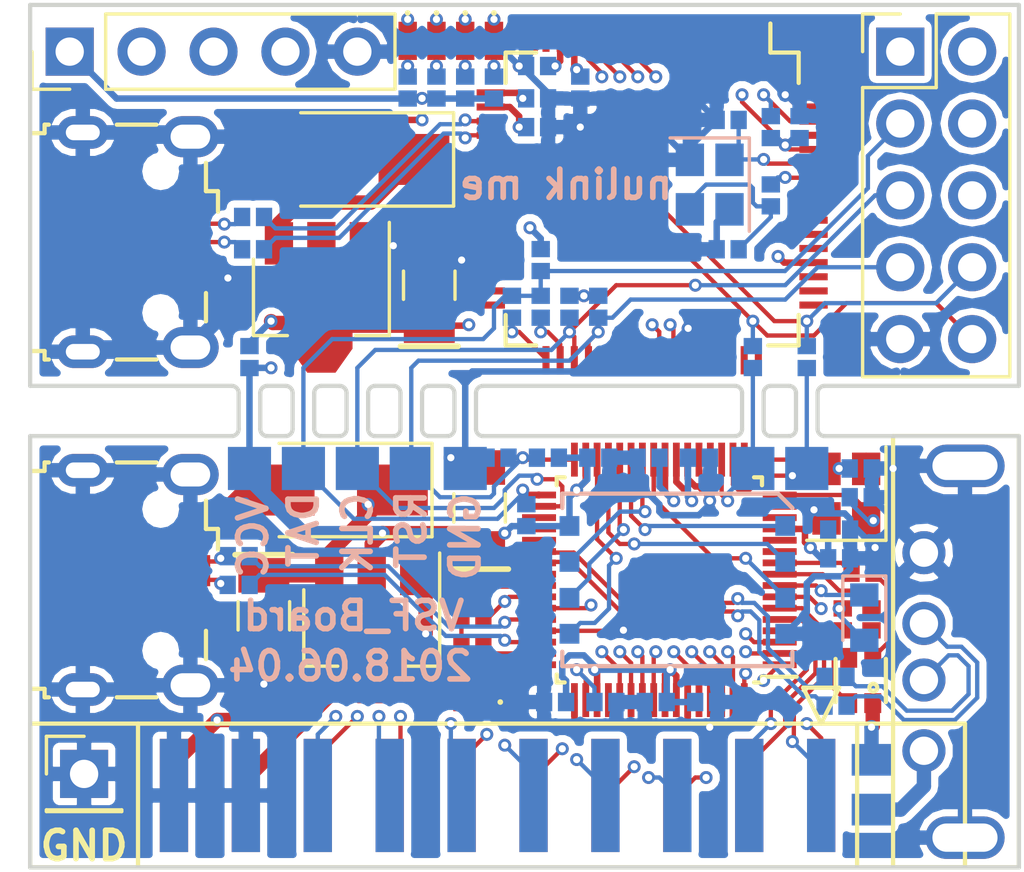
<source format=kicad_pcb>
(kicad_pcb (version 4) (host pcbnew 4.0.7)
  (layers (0 F.Cu signal) (1 In1.Cu signal) (2 In2.Cu signal) (31 B.Cu signal) (34 B.Paste user) (35 F.Paste user) (36 B.SilkS user) (37 F.SilkS user) (38 B.Mask user) (39 F.Mask user) (44 Edge.Cuts user))
  (net 0 "")
  (net 1 /XT_IN)
  (net 2 GND)
  (net 3 /XT_OUT)
  (net 4 /X32_IN)
  (net 5 /X32_OUT)
  (net 6 /SWD_CLK)
  (net 7 /USBD_VBUS)
  (net 8 VCC)
  (net 9 /LDO_CAP1)
  (net 10 /LDO_CAP2)
  (net 11 /USBD_CAP)
  (net 12 /SWD_DAT)
  (net 13 /PB.0)
  (net 14 /PB.1)
  (net 15 /PB.2)
  (net 16 /PB.3)
  (net 17 /PB.4)
  (net 18 /PB.5)
  (net 19 /PB.6)
  (net 20 /PB.7)
  (net 21 /PB.8)
  (net 22 /PB.9)
  (net 23 /PB.10)
  (net 24 /PB.11)
  (net 25 /PB.12)
  (net 26 /PB.13)
  (net 27 /PB.14)
  (net 28 /PB.15)
  (net 29 "Net-(J2-Pad2)")
  (net 30 "Net-(J2-Pad3)")
  (net 31 "Net-(J2-Pad4)")
  (net 32 "Net-(J3-Pad2)")
  (net 33 "Net-(J3-Pad3)")
  (net 34 /USBD_DP)
  (net 35 /USBD_DM)
  (net 36 /USBD_VRES)
  (net 37 /USBH_DP)
  (net 38 /USBH_DM)
  (net 39 "Net-(U0-Pad11)")
  (net 40 "Net-(U0-Pad12)")
  (net 41 "Net-(U0-Pad20)")
  (net 42 "Net-(U0-Pad21)")
  (net 43 /SPIM_D2)
  (net 44 /SPIM_D3)
  (net 45 /SPIM_SS)
  (net 46 /SPIM_CLK)
  (net 47 /SPIM_MISO)
  (net 48 /SPIM_MOSI)
  (net 49 /DBG_TXD)
  (net 50 /DBG_RXD)
  (net 51 "Net-(U0-Pad37)")
  (net 52 "Net-(U0-Pad40)")
  (net 53 "Net-(U0-Pad48)")
  (net 54 "Net-(U0-Pad52)")
  (net 55 /USBD_5V)
  (net 56 "Net-(U0-Pad35)")
  (net 57 "Net-(U0-Pad36)")
  (net 58 "Net-(F0-Pad2)")
  (net 59 /LEDR)
  (net 60 /LEDG)
  (net 61 /LEDB)
  (net 62 "Net-(D1-Pad2)")
  (net 63 "Net-(D1-Pad4)")
  (net 64 "Net-(D1-Pad3)")
  (net 65 "Net-(D2-Pad1)")
  (net 66 "Net-(D3-Pad2)")
  (net 67 /TICERST)
  (net 68 "Net-(C21-Pad1)")
  (net 69 /VCC3)
  (net 70 /VBUS)
  (net 71 "Net-(C24-Pad1)")
  (net 72 /12M_I)
  (net 73 "Net-(C26-Pad2)")
  (net 74 /RST)
  (net 75 /ICELED)
  (net 76 "Net-(D4-Pad2)")
  (net 77 /ISPLED)
  (net 78 "Net-(D5-Pad2)")
  (net 79 /RED)
  (net 80 "Net-(D6-Pad2)")
  (net 81 /GREEN)
  (net 82 "Net-(D7-Pad2)")
  (net 83 "Net-(D8-Pad1)")
  (net 84 "Net-(J4-Pad2)")
  (net 85 "Net-(J4-Pad3)")
  (net 86 "Net-(J4-Pad4)")
  (net 87 /ICE_DAT)
  (net 88 /ICE_CLK)
  (net 89 /12M_O)
  (net 90 "Net-(R13-Pad2)")
  (net 91 "Net-(R14-Pad2)")
  (net 92 /DP)
  (net 93 /DM)
  (net 94 "Net-(U3-Pad1)")
  (net 95 "Net-(U3-Pad2)")
  (net 96 "Net-(U3-Pad3)")
  (net 97 "Net-(U3-Pad4)")
  (net 98 "Net-(U3-Pad5)")
  (net 99 "Net-(U3-Pad6)")
  (net 100 "Net-(U3-Pad7)")
  (net 101 "Net-(U3-Pad8)")
  (net 102 "Net-(U3-Pad9)")
  (net 103 "Net-(U3-Pad23)")
  (net 104 "Net-(U3-Pad24)")
  (net 105 "Net-(U3-Pad25)")
  (net 106 "Net-(U3-Pad26)")
  (net 107 "Net-(U3-Pad27)")
  (net 108 "Net-(U3-Pad28)")
  (net 109 "Net-(U3-Pad30)")
  (net 110 "Net-(U3-Pad31)")
  (net 111 "Net-(U3-Pad32)")
  (net 112 "Net-(U3-Pad37)")
  (net 113 "Net-(U3-Pad38)")
  (net 114 "Net-(U3-Pad39)")
  (net 115 "Net-(U3-Pad40)")
  (net 116 "Net-(U3-Pad44)")
  (net 117 "Net-(U3-Pad45)")
  (net 118 "Net-(U3-Pad46)")
  (net 119 "Net-(U3-Pad47)")
  (net 120 "Net-(U3-Pad48)")
  (net 121 "Net-(U3-Pad49)")
  (net 122 "Net-(U3-Pad50)")
  (net 123 "Net-(U3-Pad51)")
  (net 124 "Net-(U3-Pad53)")
  (net 125 "Net-(U3-Pad54)")
  (net 126 "Net-(U3-Pad55)")
  (net 127 "Net-(U3-Pad56)")
  (net 128 "Net-(U3-Pad57)")
  (net 129 "Net-(U3-Pad64)")
  (net 130 "Net-(J6-Pad2)")
  (net 131 "Net-(J6-Pad4)")
  (net 132 "Net-(J6-Pad6)")
  (net 133 /TICETXD)
  (net 134 /TICERXD)
  (module Connector_PinHeader_2.54mm:PinHeader_1x05_P2.54mm_Vertical (layer F.Cu) (at 174.117 94.361 90)
    (fp_text reference J5 hide)
    (fp_text value Conn_01x05 hide)
    (pad 1 thru_hole rect (at 0 0 90) (size 1.7 1.7) (drill 1) (layers *.Cu *.Mask) (net 69 /VCC3))
    (pad 2 thru_hole oval (at 0 2.54 90) (size 1.7 1.7) (drill 1) (layers *.Cu *.Mask) (net 87 /ICE_DAT))
    (pad 3 thru_hole oval (at 0 5.08 90) (size 1.7 1.7) (drill 1) (layers *.Cu *.Mask) (net 88 /ICE_CLK))
    (pad 4 thru_hole oval (at 0 7.62 90) (size 1.7 1.7) (drill 1) (layers *.Cu *.Mask) (net 74 /RST))
    (pad 5 thru_hole oval (at 0 10.16 90) (size 1.7 1.7) (drill 1) (layers *.Cu *.Mask) (net 2 GND))
  )
  (module simonqian:USB_AF_Sink (layer F.Cu) (at 205.74 115.57 90)
    (fp_text reference J3 hide)
    (fp_text value USB_A hide)
    (pad 5 thru_hole oval (at -6.57 0 90) (size 1.5 2.8) (drill oval 1 2.3) (layers *.Cu *.Mask) (net 2 GND))
    (pad 1 thru_hole circle (at -3.5 -1.45 90) (size 1.524 1.524) (drill 1) (layers *.Cu *.Mask) (net 58 "Net-(F0-Pad2)"))
    (pad 2 thru_hole circle (at -1 -1.45 90) (size 1.524 1.524) (drill 1) (layers *.Cu *.Mask) (net 32 "Net-(J3-Pad2)"))
    (pad 3 thru_hole circle (at 1 -1.45 90) (size 1.524 1.524) (drill 1) (layers *.Cu *.Mask) (net 33 "Net-(J3-Pad3)"))
    (pad 4 thru_hole circle (at 3.5 -1.45 90) (size 1.524 1.524) (drill 1) (layers *.Cu *.Mask) (net 2 GND))
    (pad 5 thru_hole oval (at 6.57 0 90) (size 1.5 2.8) (drill oval 1 2.3) (layers *.Cu *.Mask) (net 2 GND))
  )
  (module Package_QFP:LQFP-64_7x7mm_P0.4mm (layer F.Cu) (at 194.945 113.03 180)
    (fp_text reference U0 hide)
    (fp_text value M4842U_64 hide)
    (pad 1 smd rect (at -4.25 -3 180) (size 1.2 0.24) (layers F.Cu F.Paste F.Mask) (net 19 /PB.6))
    (pad 2 smd rect (at -4.25 -2.6 180) (size 1.2 0.24) (layers F.Cu F.Paste F.Mask) (net 18 /PB.5))
    (pad 3 smd rect (at -4.25 -2.2 180) (size 1.2 0.24) (layers F.Cu F.Paste F.Mask) (net 17 /PB.4))
    (pad 4 smd rect (at -4.25 -1.8 180) (size 1.2 0.24) (layers F.Cu F.Paste F.Mask) (net 16 /PB.3))
    (pad 5 smd rect (at -4.25 -1.4 180) (size 1.2 0.24) (layers F.Cu F.Paste F.Mask) (net 15 /PB.2))
    (pad 6 smd rect (at -4.25 -1 180) (size 1.2 0.24) (layers F.Cu F.Paste F.Mask) (net 14 /PB.1))
    (pad 7 smd rect (at -4.25 -0.6 180) (size 1.2 0.24) (layers F.Cu F.Paste F.Mask) (net 13 /PB.0))
    (pad 8 smd rect (at -4.25 -0.2 180) (size 1.2 0.24) (layers F.Cu F.Paste F.Mask) (net 59 /LEDR))
    (pad 9 smd rect (at -4.25 0.2 180) (size 1.2 0.24) (layers F.Cu F.Paste F.Mask) (net 60 /LEDG))
    (pad 10 smd rect (at -4.25 0.6 180) (size 1.2 0.24) (layers F.Cu F.Paste F.Mask) (net 61 /LEDB))
    (pad 11 smd rect (at -4.25 1 180) (size 1.2 0.24) (layers F.Cu F.Paste F.Mask) (net 39 "Net-(U0-Pad11)"))
    (pad 12 smd rect (at -4.25 1.4 180) (size 1.2 0.24) (layers F.Cu F.Paste F.Mask) (net 40 "Net-(U0-Pad12)"))
    (pad 13 smd rect (at -4.25 1.8 180) (size 1.2 0.24) (layers F.Cu F.Paste F.Mask) (net 8 VCC))
    (pad 14 smd rect (at -4.25 2.2 180) (size 1.2 0.24) (layers F.Cu F.Paste F.Mask) (net 4 /X32_IN))
    (pad 15 smd rect (at -4.25 2.6 180) (size 1.2 0.24) (layers F.Cu F.Paste F.Mask) (net 5 /X32_OUT))
    (pad 16 smd rect (at -4.25 3 180) (size 1.2 0.24) (layers F.Cu F.Paste F.Mask) (net 1 /XT_IN))
    (pad 17 smd rect (at -3 4.25 270) (size 1.2 0.24) (layers F.Cu F.Paste F.Mask) (net 3 /XT_OUT))
    (pad 18 smd rect (at -2.6 4.25 270) (size 1.2 0.24) (layers F.Cu F.Paste F.Mask) (net 49 /DBG_TXD))
    (pad 19 smd rect (at -2.2 4.25 270) (size 1.2 0.24) (layers F.Cu F.Paste F.Mask) (net 50 /DBG_RXD))
    (pad 20 smd rect (at -1.8 4.25 270) (size 1.2 0.24) (layers F.Cu F.Paste F.Mask) (net 41 "Net-(U0-Pad20)"))
    (pad 21 smd rect (at -1.4 4.25 270) (size 1.2 0.24) (layers F.Cu F.Paste F.Mask) (net 42 "Net-(U0-Pad21)"))
    (pad 22 smd rect (at -1 4.25 270) (size 1.2 0.24) (layers F.Cu F.Paste F.Mask) (net 2 GND))
    (pad 23 smd rect (at -0.6 4.25 270) (size 1.2 0.24) (layers F.Cu F.Paste F.Mask) (net 8 VCC))
    (pad 24 smd rect (at -0.2 4.25 270) (size 1.2 0.24) (layers F.Cu F.Paste F.Mask) (net 9 /LDO_CAP1))
    (pad 25 smd rect (at 0.2 4.25 270) (size 1.2 0.24) (layers F.Cu F.Paste F.Mask) (net 43 /SPIM_D2))
    (pad 26 smd rect (at 0.6 4.25 270) (size 1.2 0.24) (layers F.Cu F.Paste F.Mask) (net 44 /SPIM_D3))
    (pad 27 smd rect (at 1 4.25 270) (size 1.2 0.24) (layers F.Cu F.Paste F.Mask) (net 45 /SPIM_SS))
    (pad 28 smd rect (at 1.4 4.25 270) (size 1.2 0.24) (layers F.Cu F.Paste F.Mask) (net 46 /SPIM_CLK))
    (pad 29 smd rect (at 1.8 4.25 270) (size 1.2 0.24) (layers F.Cu F.Paste F.Mask) (net 47 /SPIM_MISO))
    (pad 30 smd rect (at 2.2 4.25 270) (size 1.2 0.24) (layers F.Cu F.Paste F.Mask) (net 48 /SPIM_MOSI))
    (pad 31 smd rect (at 2.6 4.25 270) (size 1.2 0.24) (layers F.Cu F.Paste F.Mask) (net 8 VCC))
    (pad 32 smd rect (at 3 4.25 270) (size 1.2 0.24) (layers F.Cu F.Paste F.Mask) (net 67 /TICERST))
    (pad 33 smd rect (at 4.25 3 180) (size 1.2 0.24) (layers F.Cu F.Paste F.Mask) (net 12 /SWD_DAT))
    (pad 34 smd rect (at 4.25 2.6 180) (size 1.2 0.24) (layers F.Cu F.Paste F.Mask) (net 6 /SWD_CLK))
    (pad 35 smd rect (at 4.25 2.2 180) (size 1.2 0.24) (layers F.Cu F.Paste F.Mask) (net 56 "Net-(U0-Pad35)"))
    (pad 36 smd rect (at 4.25 1.8 180) (size 1.2 0.24) (layers F.Cu F.Paste F.Mask) (net 57 "Net-(U0-Pad36)"))
    (pad 37 smd rect (at 4.25 1.4 180) (size 1.2 0.24) (layers F.Cu F.Paste F.Mask) (net 51 "Net-(U0-Pad37)"))
    (pad 38 smd rect (at 4.25 1 180) (size 1.2 0.24) (layers F.Cu F.Paste F.Mask) (net 38 /USBH_DM))
    (pad 39 smd rect (at 4.25 0.6 180) (size 1.2 0.24) (layers F.Cu F.Paste F.Mask) (net 37 /USBH_DP))
    (pad 40 smd rect (at 4.25 0.2 180) (size 1.2 0.24) (layers F.Cu F.Paste F.Mask) (net 52 "Net-(U0-Pad40)"))
    (pad 41 smd rect (at 4.25 -0.2 180) (size 1.2 0.24) (layers F.Cu F.Paste F.Mask) (net 36 /USBD_VRES))
    (pad 42 smd rect (at 4.25 -0.6 180) (size 1.2 0.24) (layers F.Cu F.Paste F.Mask) (net 8 VCC))
    (pad 43 smd rect (at 4.25 -1 180) (size 1.2 0.24) (layers F.Cu F.Paste F.Mask) (net 7 /USBD_VBUS))
    (pad 44 smd rect (at 4.25 -1.4 180) (size 1.2 0.24) (layers F.Cu F.Paste F.Mask) (net 35 /USBD_DM))
    (pad 45 smd rect (at 4.25 -1.8 180) (size 1.2 0.24) (layers F.Cu F.Paste F.Mask) (net 2 GND))
    (pad 46 smd rect (at 4.25 -2.2 180) (size 1.2 0.24) (layers F.Cu F.Paste F.Mask) (net 34 /USBD_DP))
    (pad 47 smd rect (at 4.25 -2.6 180) (size 1.2 0.24) (layers F.Cu F.Paste F.Mask) (net 11 /USBD_CAP))
    (pad 48 smd rect (at 4.25 -3 180) (size 1.2 0.24) (layers F.Cu F.Paste F.Mask) (net 53 "Net-(U0-Pad48)"))
    (pad 49 smd rect (at 3 -4.25 270) (size 1.2 0.24) (layers F.Cu F.Paste F.Mask) (net 2 GND))
    (pad 50 smd rect (at 2.6 -4.25 270) (size 1.2 0.24) (layers F.Cu F.Paste F.Mask) (net 10 /LDO_CAP2))
    (pad 51 smd rect (at 2.2 -4.25 270) (size 1.2 0.24) (layers F.Cu F.Paste F.Mask) (net 8 VCC))
    (pad 52 smd rect (at 1.8 -4.25 270) (size 1.2 0.24) (layers F.Cu F.Paste F.Mask) (net 54 "Net-(U0-Pad52)"))
    (pad 53 smd rect (at 1.4 -4.25 270) (size 1.2 0.24) (layers F.Cu F.Paste F.Mask) (net 28 /PB.15))
    (pad 54 smd rect (at 1 -4.25 270) (size 1.2 0.24) (layers F.Cu F.Paste F.Mask) (net 27 /PB.14))
    (pad 55 smd rect (at 0.6 -4.25 270) (size 1.2 0.24) (layers F.Cu F.Paste F.Mask) (net 26 /PB.13))
    (pad 56 smd rect (at 0.2 -4.25 270) (size 1.2 0.24) (layers F.Cu F.Paste F.Mask) (net 25 /PB.12))
    (pad 57 smd rect (at -0.2 -4.25 270) (size 1.2 0.24) (layers F.Cu F.Paste F.Mask) (net 8 VCC))
    (pad 58 smd rect (at -0.6 -4.25 270) (size 1.2 0.24) (layers F.Cu F.Paste F.Mask) (net 8 VCC))
    (pad 59 smd rect (at -1 -4.25 270) (size 1.2 0.24) (layers F.Cu F.Paste F.Mask) (net 2 GND))
    (pad 60 smd rect (at -1.4 -4.25 270) (size 1.2 0.24) (layers F.Cu F.Paste F.Mask) (net 24 /PB.11))
    (pad 61 smd rect (at -1.8 -4.25 270) (size 1.2 0.24) (layers F.Cu F.Paste F.Mask) (net 23 /PB.10))
    (pad 62 smd rect (at -2.2 -4.25 270) (size 1.2 0.24) (layers F.Cu F.Paste F.Mask) (net 22 /PB.9))
    (pad 63 smd rect (at -2.6 -4.25 270) (size 1.2 0.24) (layers F.Cu F.Paste F.Mask) (net 21 /PB.8))
    (pad 64 smd rect (at -3 -4.25 270) (size 1.2 0.24) (layers F.Cu F.Paste F.Mask) (net 20 /PB.7))
  )
  (module simonqian:WSON-8_8x6mm_P1.27mm (layer B.Cu) (at 195.58 113.03 180)
    (fp_text reference U2 hide)
    (fp_text value GD25Q_8P hide)
    (pad 1 smd rect (at -3.81 1.905 180) (size 0.7 0.7) (layers B.Cu B.Paste B.Mask) (net 45 /SPIM_SS))
    (pad 2 smd rect (at -3.81 0.635 180) (size 0.7 0.7) (layers B.Cu B.Paste B.Mask) (net 47 /SPIM_MISO))
    (pad 3 smd rect (at -3.81 -0.635 180) (size 0.7 0.7) (layers B.Cu B.Paste B.Mask) (net 43 /SPIM_D2))
    (pad 4 smd rect (at -3.81 -1.905 180) (size 0.7 0.7) (layers B.Cu B.Paste B.Mask) (net 2 GND))
    (pad 5 smd rect (at 3.81 -1.905 180) (size 0.7 0.7) (layers B.Cu B.Paste B.Mask) (net 48 /SPIM_MOSI))
    (pad 6 smd rect (at 3.81 -0.635 180) (size 0.7 0.7) (layers B.Cu B.Paste B.Mask) (net 46 /SPIM_CLK))
    (pad 7 smd rect (at 3.81 0.635 180) (size 0.7 0.7) (layers B.Cu B.Paste B.Mask) (net 44 /SPIM_D3))
    (pad 8 smd rect (at 3.81 1.905 180) (size 0.7 0.7) (layers B.Cu B.Paste B.Mask) (net 8 VCC))
  )
  (module Capacitor_SMD:C_0402_1005Metric (layer B.Cu) (at 202.057 110.109)
    (fp_text reference C0 hide)
    (fp_text value 20pF hide)
    (pad 1 smd rect (at -0.3875 0) (size 0.575 0.65) (layers B.Cu B.Paste B.Mask) (net 1 /XT_IN))
    (pad 2 smd rect (at 0.3875 0) (size 0.575 0.65) (layers B.Cu B.Paste B.Mask) (net 2 GND))
  )
  (module Capacitor_SMD:C_0402_1005Metric (layer B.Cu) (at 202.057 109.093)
    (fp_text reference C1 hide)
    (fp_text value 20pF hide)
    (pad 1 smd rect (at -0.3875 0) (size 0.575 0.65) (layers B.Cu B.Paste B.Mask) (net 3 /XT_OUT))
    (pad 2 smd rect (at 0.3875 0) (size 0.575 0.65) (layers B.Cu B.Paste B.Mask) (net 2 GND))
  )
  (module Capacitor_SMD:C_0402_1005Metric (layer B.Cu) (at 189.23 108.712 180)
    (fp_text reference C4 hide)
    (fp_text value 1uF hide)
    (pad 1 smd rect (at -0.3875 0 180) (size 0.575 0.65) (layers B.Cu B.Paste B.Mask) (net 67 /TICERST))
    (pad 2 smd rect (at 0.3875 0 180) (size 0.575 0.65) (layers B.Cu B.Paste B.Mask) (net 2 GND))
  )
  (module Capacitor_SMD:C_1206_3216Metric (layer F.Cu) (at 180.975 114.3 270)
    (fp_text reference C5 hide)
    (fp_text value 100uF hide)
    (pad 1 smd rect (at -1.43 0 270) (size 1.22 1.8) (layers F.Cu F.Paste F.Mask) (net 7 /USBD_VBUS))
    (pad 2 smd rect (at 1.43 0 270) (size 1.22 1.8) (layers F.Cu F.Paste F.Mask) (net 2 GND))
  )
  (module Capacitor_SMD:C_1206_3216Metric (layer F.Cu) (at 188.595 110.49 90)
    (fp_text reference C6 hide)
    (fp_text value 100uF hide)
    (pad 1 smd rect (at -1.43 0 90) (size 1.22 1.8) (layers F.Cu F.Paste F.Mask) (net 8 VCC))
    (pad 2 smd rect (at 1.43 0 90) (size 1.22 1.8) (layers F.Cu F.Paste F.Mask) (net 2 GND))
  )
  (module Capacitor_SMD:C_0402_1005Metric (layer F.Cu) (at 188.341 114.3 180)
    (fp_text reference C7 hide)
    (fp_text value 0.1uF hide)
    (pad 1 smd rect (at -0.3875 0 180) (size 0.575 0.65) (layers F.Cu F.Paste F.Mask) (net 8 VCC))
    (pad 2 smd rect (at 0.3875 0 180) (size 0.575 0.65) (layers F.Cu F.Paste F.Mask) (net 2 GND))
  )
  (module Capacitor_SMD:C_0402_1005Metric (layer B.Cu) (at 196.342 108.712)
    (fp_text reference C8 hide)
    (fp_text value 0.1uF hide)
    (pad 1 smd rect (at -0.3875 0) (size 0.575 0.65) (layers B.Cu B.Paste B.Mask) (net 8 VCC))
    (pad 2 smd rect (at 0.3875 0) (size 0.575 0.65) (layers B.Cu B.Paste B.Mask) (net 2 GND))
  )
  (module Capacitor_SMD:C_0402_1005Metric (layer B.Cu) (at 191.262 117.348 180)
    (fp_text reference C9 hide)
    (fp_text value 0.1uF hide)
    (pad 1 smd rect (at -0.3875 0 180) (size 0.575 0.65) (layers B.Cu B.Paste B.Mask) (net 8 VCC))
    (pad 2 smd rect (at 0.3875 0 180) (size 0.575 0.65) (layers B.Cu B.Paste B.Mask) (net 2 GND))
  )
  (module Capacitor_SMD:C_0402_1005Metric (layer B.Cu) (at 194.818 117.348 180)
    (fp_text reference C13 hide)
    (fp_text value 1uF hide)
    (pad 1 smd rect (at -0.3875 0 180) (size 0.575 0.65) (layers B.Cu B.Paste B.Mask) (net 8 VCC))
    (pad 2 smd rect (at 0.3875 0 180) (size 0.575 0.65) (layers B.Cu B.Paste B.Mask) (net 2 GND))
  )
  (module Capacitor_SMD:C_0402_1005Metric (layer B.Cu) (at 196.596 117.348)
    (fp_text reference C14 hide)
    (fp_text value 4.7uF hide)
    (pad 1 smd rect (at -0.3875 0) (size 0.575 0.65) (layers B.Cu B.Paste B.Mask) (net 8 VCC))
    (pad 2 smd rect (at 0.3875 0) (size 0.575 0.65) (layers B.Cu B.Paste B.Mask) (net 2 GND))
  )
  (module Capacitor_SMD:C_0402_1005Metric (layer B.Cu) (at 192.786 108.712)
    (fp_text reference C15 hide)
    (fp_text value 0.1uF hide)
    (pad 1 smd rect (at -0.3875 0) (size 0.575 0.65) (layers B.Cu B.Paste B.Mask) (net 8 VCC))
    (pad 2 smd rect (at 0.3875 0) (size 0.575 0.65) (layers B.Cu B.Paste B.Mask) (net 2 GND))
  )
  (module Capacitor_SMD:C_0402_1005Metric (layer B.Cu) (at 201.295 111.252)
    (fp_text reference C16 hide)
    (fp_text value 0.1uF hide)
    (pad 1 smd rect (at -0.3875 0) (size 0.575 0.65) (layers B.Cu B.Paste B.Mask) (net 8 VCC))
    (pad 2 smd rect (at 0.3875 0) (size 0.575 0.65) (layers B.Cu B.Paste B.Mask) (net 2 GND))
  )
  (module Capacitor_SMD:C_0402_1005Metric (layer B.Cu) (at 201.295 112.268)
    (fp_text reference C17 hide)
    (fp_text value 4.7uF hide)
    (pad 1 smd rect (at -0.3875 0) (size 0.575 0.65) (layers B.Cu B.Paste B.Mask) (net 8 VCC))
    (pad 2 smd rect (at 0.3875 0) (size 0.575 0.65) (layers B.Cu B.Paste B.Mask) (net 2 GND))
  )
  (module Capacitor_SMD:C_0402_1005Metric (layer B.Cu) (at 194.564 108.712 180)
    (fp_text reference C18 hide)
    (fp_text value 2.2uF hide)
    (pad 1 smd rect (at -0.3875 0 180) (size 0.575 0.65) (layers B.Cu B.Paste B.Mask) (net 9 /LDO_CAP1))
    (pad 2 smd rect (at 0.3875 0 180) (size 0.575 0.65) (layers B.Cu B.Paste B.Mask) (net 2 GND))
  )
  (module Capacitor_SMD:C_0402_1005Metric (layer B.Cu) (at 193.04 117.348)
    (fp_text reference C19 hide)
    (fp_text value 2.2uF hide)
    (pad 1 smd rect (at -0.3875 0) (size 0.575 0.65) (layers B.Cu B.Paste B.Mask) (net 10 /LDO_CAP2))
    (pad 2 smd rect (at 0.3875 0) (size 0.575 0.65) (layers B.Cu B.Paste B.Mask) (net 2 GND))
  )
  (module Diode_SMD:D_SMA (layer F.Cu) (at 183.515 109.855 180)
    (fp_text reference D0 hide)
    (fp_text value SS14 hide)
    (pad 1 smd rect (at -2 0 180) (size 2.5 1.8) (layers F.Cu F.Paste F.Mask) (net 7 /USBD_VBUS))
    (pad 2 smd rect (at 2 0 180) (size 2.5 1.8) (layers F.Cu F.Paste F.Mask) (net 55 /USBD_5V))
  )
  (module Connector_USB:USB_Micro-B_Wuerth_629105150521 (layer F.Cu) (at 176.53 113.03 270)
    (fp_text reference J2 hide)
    (fp_text value USB_OTG hide)
    (pad 1 smd rect (at -1.3 -1.9 270) (size 0.45 1.3) (layers F.Cu F.Paste F.Mask) (net 55 /USBD_5V))
    (pad 2 smd rect (at -0.65 -1.9 270) (size 0.45 1.3) (layers F.Cu F.Paste F.Mask) (net 29 "Net-(J2-Pad2)"))
    (pad 3 smd rect (at 0 -1.9 270) (size 0.45 1.3) (layers F.Cu F.Paste F.Mask) (net 30 "Net-(J2-Pad3)"))
    (pad 4 smd rect (at 0.65 -1.9 270) (size 0.45 1.3) (layers F.Cu F.Paste F.Mask) (net 31 "Net-(J2-Pad4)"))
    (pad 5 smd rect (at 1.3 -1.9 270) (size 0.45 1.3) (layers F.Cu F.Paste F.Mask) (net 2 GND))
    (pad 6 thru_hole oval (at -3.725 -1.85 270) (size 1.45 2) (drill oval 0.85 1.4) (layers *.Cu *.Mask) (net 2 GND))
    (pad 6 thru_hole oval (at 3.725 -1.85 270) (size 1.45 2) (drill oval 0.85 1.4) (layers *.Cu *.Mask) (net 2 GND))
    (pad 6 thru_hole oval (at -3.875 1.95 270) (size 1.15 1.8) (drill oval 0.55 1.2) (layers *.Cu *.Mask) (net 2 GND))
    (pad 6 thru_hole oval (at 3.875 1.95 270) (size 1.15 1.8) (drill oval 0.55 1.2) (layers *.Cu *.Mask) (net 2 GND))
    (pad "" np_thru_hole oval (at -2.5 -0.8 270) (size 0.8 0.8) (drill 0.8) (layers *.Cu *.Mask))
    (pad "" np_thru_hole oval (at 2.5 -0.8 270) (size 0.8 0.8) (drill 0.8) (layers *.Cu *.Mask))
  )
  (module Resistor_SMD:R_0402_1005Metric (layer B.Cu) (at 190.246 110.744 90)
    (fp_text reference R0 hide)
    (fp_text value 51K hide)
    (pad 1 smd rect (at -0.3875 0 90) (size 0.575 0.65) (layers B.Cu B.Paste B.Mask) (net 8 VCC))
    (pad 2 smd rect (at 0.3875 0 90) (size 0.575 0.65) (layers B.Cu B.Paste B.Mask) (net 12 /SWD_DAT))
  )
  (module Resistor_SMD:R_0402_1005Metric (layer B.Cu) (at 191.008 108.712 180)
    (fp_text reference R1 hide)
    (fp_text value 10K hide)
    (pad 1 smd rect (at -0.3875 0 180) (size 0.575 0.65) (layers B.Cu B.Paste B.Mask) (net 8 VCC))
    (pad 2 smd rect (at 0.3875 0 180) (size 0.575 0.65) (layers B.Cu B.Paste B.Mask) (net 67 /TICERST))
  )
  (module Resistor_SMD:R_0402_1005Metric (layer B.Cu) (at 180.086 113.2078 180)
    (fp_text reference R2 hide)
    (fp_text value 0 hide)
    (pad 1 smd rect (at -0.3875 0 180) (size 0.575 0.65) (layers B.Cu B.Paste B.Mask) (net 34 /USBD_DP))
    (pad 2 smd rect (at 0.3875 0 180) (size 0.575 0.65) (layers B.Cu B.Paste B.Mask) (net 30 "Net-(J2-Pad3)"))
  )
  (module Resistor_SMD:R_0402_1005Metric (layer B.Cu) (at 180.086 112.1918 180)
    (fp_text reference R3 hide)
    (fp_text value 0 hide)
    (pad 1 smd rect (at -0.3875 0 180) (size 0.575 0.65) (layers B.Cu B.Paste B.Mask) (net 35 /USBD_DM))
    (pad 2 smd rect (at 0.3875 0 180) (size 0.575 0.65) (layers B.Cu B.Paste B.Mask) (net 29 "Net-(J2-Pad2)"))
  )
  (module Resistor_SMD:R_0402_1005Metric (layer F.Cu) (at 188.341 113.284 180)
    (fp_text reference R4 hide)
    (fp_text value "200R %1" hide)
    (pad 1 smd rect (at -0.3875 0 180) (size 0.575 0.65) (layers F.Cu F.Paste F.Mask) (net 36 /USBD_VRES))
    (pad 2 smd rect (at 0.3875 0 180) (size 0.575 0.65) (layers F.Cu F.Paste F.Mask) (net 2 GND))
  )
  (module Resistor_SMD:R_0402_1005Metric (layer B.Cu) (at 201.168 117.475)
    (fp_text reference R5 hide)
    (fp_text value 33R hide)
    (pad 1 smd rect (at -0.3875 0) (size 0.575 0.65) (layers B.Cu B.Paste B.Mask) (net 37 /USBH_DP))
    (pad 2 smd rect (at 0.3875 0) (size 0.575 0.65) (layers B.Cu B.Paste B.Mask) (net 33 "Net-(J3-Pad3)"))
  )
  (module Resistor_SMD:R_0402_1005Metric (layer B.Cu) (at 201.168 116.459)
    (fp_text reference R6 hide)
    (fp_text value 33R hide)
    (pad 1 smd rect (at -0.3875 0) (size 0.575 0.65) (layers B.Cu B.Paste B.Mask) (net 38 /USBH_DM))
    (pad 2 smd rect (at 0.3875 0) (size 0.575 0.65) (layers B.Cu B.Paste B.Mask) (net 32 "Net-(J3-Pad2)"))
  )
  (module Package_TO_SOT_SMD:SOT-89-3 (layer F.Cu) (at 184.785 114.3 270)
    (fp_text reference U1 hide)
    (fp_text value AP1117-33 hide)
    (pad 2 smd trapezoid (at 2.667 0 180) (size 1.6 0.85) (rect_delta 0 0.6) (layers F.Cu F.Paste F.Mask) (net 8 VCC))
    (pad 1 smd rect (at -1.48 -1.5 180) (size 1 1.5) (layers F.Cu F.Paste F.Mask) (net 2 GND))
    (pad 2 smd rect (at -1.3335 0 180) (size 1 1.8) (layers F.Cu F.Paste F.Mask) (net 8 VCC))
    (pad 3 smd rect (at -1.48 1.5 180) (size 1 1.5) (layers F.Cu F.Paste F.Mask) (net 7 /USBD_VBUS))
    (pad 2 smd rect (at 1.3335 0 180) (size 2.2 1.84) (layers F.Cu F.Paste F.Mask) (net 8 VCC))
    (pad 2 smd trapezoid (at -0.0762 0) (size 1.5 1) (rect_delta 0 0.7) (layers F.Cu F.Paste F.Mask) (net 8 VCC))
  )
  (module Capacitor_SMD:C_0402_1005Metric (layer F.Cu) (at 188.341 115.316 180)
    (fp_text reference C20 hide)
    (fp_text value 1uF hide)
    (pad 1 smd rect (at -0.3875 0 180) (size 0.575 0.65) (layers F.Cu F.Paste F.Mask) (net 11 /USBD_CAP))
    (pad 2 smd rect (at 0.3875 0 180) (size 0.575 0.65) (layers F.Cu F.Paste F.Mask) (net 2 GND))
  )
  (module simonqian:TestPoint_SMD (layer B.Cu) (at 180.467 109.093)
    (fp_text reference TP1 hide)
    (fp_text value TEST hide)
    (pad 1 smd rect (at 0 0) (size 1.524 1.524) (layers B.Cu B.Paste B.Mask) (net 8 VCC))
  )
  (module simonqian:TestPoint_SMD (layer B.Cu) (at 182.372 109.093)
    (fp_text reference TP2 hide)
    (fp_text value TEST hide)
    (pad 1 smd rect (at 0 0) (size 1.524 1.524) (layers B.Cu B.Paste B.Mask) (net 12 /SWD_DAT))
  )
  (module simonqian:TestPoint_SMD (layer B.Cu) (at 184.277 109.093)
    (fp_text reference TP3 hide)
    (fp_text value TEST hide)
    (pad 1 smd rect (at 0 0) (size 1.524 1.524) (layers B.Cu B.Paste B.Mask) (net 6 /SWD_CLK))
  )
  (module simonqian:TestPoint_SMD (layer B.Cu) (at 186.182 109.093)
    (fp_text reference TP4 hide)
    (fp_text value TEST hide)
    (pad 1 smd rect (at 0 0) (size 1.524 1.524) (layers B.Cu B.Paste B.Mask) (net 67 /TICERST))
  )
  (module simonqian:TestPoint_SMD (layer B.Cu) (at 188.087 109.093)
    (fp_text reference TP5 hide)
    (fp_text value TEST hide)
    (pad 1 smd rect (at 0 0) (size 1.524 1.524) (layers B.Cu B.Paste B.Mask) (net 2 GND))
  )
  (module simonqian:TestPoint_SMD (layer B.Cu) (at 198.247 109.093)
    (fp_text reference TP6 hide)
    (fp_text value TEST hide)
    (pad 1 smd rect (at 0 0) (size 1.524 1.524) (layers B.Cu B.Paste B.Mask) (net 50 /DBG_RXD))
  )
  (module simonqian:TestPoint_SMD (layer B.Cu) (at 200.152 109.093)
    (fp_text reference TP7 hide)
    (fp_text value TEST hide)
    (pad 1 smd rect (at 0 0) (size 1.524 1.524) (layers B.Cu B.Paste B.Mask) (net 49 /DBG_TXD))
  )
  (module Fuse:Fuse_0805_2012Metric (layer B.Cu) (at 202.438 120.269 270)
    (fp_text reference F0 hide)
    (fp_text value Fuse hide)
    (pad 1 smd rect (at -0.88 0 270) (size 1.12 1.4) (layers B.Cu B.Paste B.Mask) (net 7 /USBD_VBUS))
    (pad 2 smd rect (at 0.88 0 270) (size 1.12 1.4) (layers B.Cu B.Paste B.Mask) (net 58 "Net-(F0-Pad2)"))
  )
  (module simonqian:PinSocket_2x10_P2.54mm_Horizontal_2Layer (layer F.Cu) (at 189.865 120.65 270)
    (fp_text reference J1 hide)
    (fp_text value Conn_02x10_Odd_Even hide)
    (pad 1 smd rect (at 0 -10.795) (size 1 4) (layers F.Cu F.Paste F.Mask) (net 13 /PB.0))
    (pad 2 smd rect (at 0 -10.795) (size 1 4) (layers B.Cu B.Paste B.Mask) (net 14 /PB.1))
    (pad 3 smd rect (at 0 -8.255) (size 1 4) (layers F.Cu F.Paste F.Mask) (net 15 /PB.2))
    (pad 4 smd rect (at 0 -8.255) (size 1 4) (layers B.Cu B.Paste B.Mask) (net 16 /PB.3))
    (pad 5 smd rect (at 0 -5.715) (size 1 4) (layers F.Cu F.Paste F.Mask) (net 17 /PB.4))
    (pad 6 smd rect (at 0 -5.715) (size 1 4) (layers B.Cu B.Paste B.Mask) (net 18 /PB.5))
    (pad 7 smd rect (at 0 -3.175) (size 1 4) (layers F.Cu F.Paste F.Mask) (net 19 /PB.6))
    (pad 8 smd rect (at 0 -3.175) (size 1 4) (layers B.Cu B.Paste B.Mask) (net 20 /PB.7))
    (pad 9 smd rect (at 0 -0.635) (size 1 4) (layers F.Cu F.Paste F.Mask) (net 21 /PB.8))
    (pad 10 smd rect (at 0 -0.635) (size 1 4) (layers B.Cu B.Paste B.Mask) (net 22 /PB.9))
    (pad 11 smd rect (at 0 1.905) (size 1 4) (layers F.Cu F.Paste F.Mask) (net 23 /PB.10))
    (pad 12 smd rect (at 0 1.905) (size 1 4) (layers B.Cu B.Paste B.Mask) (net 24 /PB.11))
    (pad 13 smd rect (at 0 4.445) (size 1 4) (layers F.Cu F.Paste F.Mask) (net 25 /PB.12))
    (pad 14 smd rect (at 0 4.445) (size 1 4) (layers B.Cu B.Paste B.Mask) (net 26 /PB.13))
    (pad 15 smd rect (at 0 6.985) (size 1 4) (layers F.Cu F.Paste F.Mask) (net 27 /PB.14))
    (pad 16 smd rect (at 0 6.985) (size 1 4) (layers B.Cu B.Paste B.Mask) (net 28 /PB.15))
    (pad 17 smd rect (at 0 9.525) (size 1 4) (layers F.Cu F.Paste F.Mask) (net 8 VCC))
    (pad 18 smd rect (at 0 9.525) (size 1 4) (layers B.Cu B.Paste B.Mask) (net 2 GND))
    (pad 19 smd rect (at 0 12.065) (size 1 4) (layers F.Cu F.Paste F.Mask) (net 7 /USBD_VBUS))
    (pad 20 smd rect (at 0 12.065) (size 1 4) (layers B.Cu B.Paste B.Mask) (net 2 GND))
  )
  (module Resistor_SMD:R_0402_1005Metric (layer F.Cu) (at 201.422 114.427 90)
    (fp_text reference R7 hide)
    (fp_text value 1K hide)
    (pad 1 smd rect (at -0.3875 0 90) (size 0.575 0.65) (layers F.Cu F.Paste F.Mask) (net 62 "Net-(D1-Pad2)"))
    (pad 2 smd rect (at 0.3875 0 90) (size 0.575 0.65) (layers F.Cu F.Paste F.Mask) (net 66 "Net-(D3-Pad2)"))
  )
  (module Resistor_SMD:R_0402_1005Metric (layer F.Cu) (at 202.438 114.427 90)
    (fp_text reference R8 hide)
    (fp_text value 1K hide)
    (pad 1 smd rect (at -0.3875 0 90) (size 0.575 0.65) (layers F.Cu F.Paste F.Mask) (net 64 "Net-(D1-Pad3)"))
    (pad 2 smd rect (at 0.3875 0 90) (size 0.575 0.65) (layers F.Cu F.Paste F.Mask) (net 60 /LEDG))
  )
  (module Resistor_SMD:R_0402_1005Metric (layer F.Cu) (at 202.1205 112.776 180)
    (fp_text reference R9 hide)
    (fp_text value 1K hide)
    (pad 1 smd rect (at -0.3875 0 180) (size 0.575 0.65) (layers F.Cu F.Paste F.Mask) (net 63 "Net-(D1-Pad4)"))
    (pad 2 smd rect (at 0.3875 0 180) (size 0.575 0.65) (layers F.Cu F.Paste F.Mask) (net 61 /LEDB))
  )
  (module simonqian:LED_RGB_0603 (layer F.Cu) (at 202.057 116.586 180)
    (fp_text reference D1 hide)
    (fp_text value LED_ARGB hide)
    (pad 1 smd rect (at -0.425 -0.8 180) (size 0.6 0.7) (layers F.Cu F.Paste F.Mask) (net 7 /USBD_VBUS))
    (pad 2 smd rect (at 0.425 -0.8 180) (size 0.6 0.7) (layers F.Cu F.Paste F.Mask) (net 62 "Net-(D1-Pad2)"))
    (pad 3 smd rect (at 0.425 0.8 180) (size 0.6 0.7) (layers F.Cu F.Paste F.Mask) (net 64 "Net-(D1-Pad3)"))
    (pad 4 smd rect (at -0.425 0.8 180) (size 0.6 0.7) (layers F.Cu F.Paste F.Mask) (net 63 "Net-(D1-Pad4)"))
  )
  (module LED_SMD:LED_0402_1005Metric (layer F.Cu) (at 188.341 117.348 180)
    (fp_text reference D2 hide)
    (fp_text value LED hide)
    (pad 1 smd rect (at -0.3875 0 180) (size 0.575 0.65) (layers F.Cu F.Paste F.Mask) (net 65 "Net-(D2-Pad1)"))
    (pad 2 smd rect (at 0.3875 0 180) (size 0.575 0.65) (layers F.Cu F.Paste F.Mask) (net 8 VCC))
  )
  (module Resistor_SMD:R_0402_1005Metric (layer F.Cu) (at 188.341 116.332)
    (fp_text reference R10 hide)
    (fp_text value 1K hide)
    (pad 1 smd rect (at -0.3875 0) (size 0.575 0.65) (layers F.Cu F.Paste F.Mask) (net 2 GND))
    (pad 2 smd rect (at 0.3875 0) (size 0.575 0.65) (layers F.Cu F.Paste F.Mask) (net 65 "Net-(D2-Pad1)"))
  )
  (module Diode_SMD:D_0603_1608Metric (layer B.Cu) (at 202.184 114.3635 270)
    (fp_text reference D3 hide)
    (fp_text value 1SS400G hide)
    (pad 1 smd rect (at -0.8 0 270) (size 0.82 1) (layers B.Cu B.Paste B.Mask) (net 59 /LEDR))
    (pad 2 smd rect (at 0.8 0 270) (size 0.82 1) (layers B.Cu B.Paste B.Mask) (net 66 "Net-(D3-Pad2)"))
  )
  (module Connector_PinHeader_2.54mm:PinHeader_1x01_P2.54mm_Vertical (layer F.Cu) (at 174.625 119.888)
    (fp_text reference TP8 hide)
    (fp_text value TEST hide)
    (pad 1 thru_hole rect (at 0 0) (size 1.7 1.7) (drill 1) (layers *.Cu *.Mask) (net 2 GND))
  )
  (module Capacitor_SMD:C_0402_1005Metric (layer B.Cu) (at 192.151 95.631 270)
    (fp_text reference C21 hide)
    (fp_text value 1uF hide)
    (pad 1 smd rect (at -0.3875 0 270) (size 0.575 0.65) (layers B.Cu B.Paste B.Mask) (net 68 "Net-(C21-Pad1)"))
    (pad 2 smd rect (at 0.3875 0 270) (size 0.575 0.65) (layers B.Cu B.Paste B.Mask) (net 2 GND))
  )
  (module Capacitor_SMD:C_0402_1005Metric (layer B.Cu) (at 190.627 94.869)
    (fp_text reference C22 hide)
    (fp_text value 0.1uF hide)
    (pad 1 smd rect (at -0.3875 0) (size 0.575 0.65) (layers B.Cu B.Paste B.Mask) (net 2 GND))
    (pad 2 smd rect (at 0.3875 0) (size 0.575 0.65) (layers B.Cu B.Paste B.Mask) (net 69 /VCC3))
  )
  (module Capacitor_SMD:C_0402_1005Metric (layer B.Cu) (at 190.627 96.012 180)
    (fp_text reference C23 hide)
    (fp_text value 1uF hide)
    (pad 1 smd rect (at -0.3875 0 180) (size 0.575 0.65) (layers B.Cu B.Paste B.Mask) (net 2 GND))
    (pad 2 smd rect (at 0.3875 0 180) (size 0.575 0.65) (layers B.Cu B.Paste B.Mask) (net 70 /VBUS))
  )
  (module Capacitor_SMD:C_0402_1005Metric (layer B.Cu) (at 190.627 97.028)
    (fp_text reference C24 hide)
    (fp_text value 0.1uF hide)
    (pad 1 smd rect (at -0.3875 0) (size 0.575 0.65) (layers B.Cu B.Paste B.Mask) (net 71 "Net-(C24-Pad1)"))
    (pad 2 smd rect (at 0.3875 0) (size 0.575 0.65) (layers B.Cu B.Paste B.Mask) (net 2 GND))
  )
  (module Capacitor_SMD:C_0402_1005Metric (layer B.Cu) (at 197.358 96.774 180)
    (fp_text reference C25 hide)
    (fp_text value 20pF hide)
    (pad 1 smd rect (at -0.3875 0 180) (size 0.575 0.65) (layers B.Cu B.Paste B.Mask) (net 72 /12M_I))
    (pad 2 smd rect (at 0.3875 0 180) (size 0.575 0.65) (layers B.Cu B.Paste B.Mask) (net 2 GND))
  )
  (module Capacitor_SMD:C_0402_1005Metric (layer B.Cu) (at 197.358 101.346)
    (fp_text reference C26 hide)
    (fp_text value 20pF hide)
    (pad 1 smd rect (at -0.3875 0) (size 0.575 0.65) (layers B.Cu B.Paste B.Mask) (net 2 GND))
    (pad 2 smd rect (at 0.3875 0) (size 0.575 0.65) (layers B.Cu B.Paste B.Mask) (net 73 "Net-(C26-Pad2)"))
  )
  (module Capacitor_SMD:C_0402_1005Metric (layer B.Cu) (at 199.898 97.028 90)
    (fp_text reference C27 hide)
    (fp_text value 10uF hide)
    (pad 1 smd rect (at -0.3875 0 90) (size 0.575 0.65) (layers B.Cu B.Paste B.Mask) (net 74 /RST))
    (pad 2 smd rect (at 0.3875 0 90) (size 0.575 0.65) (layers B.Cu B.Paste B.Mask) (net 2 GND))
  )
  (module Capacitor_SMD:C_1206_3216Metric (layer F.Cu) (at 186.817 102.616 90)
    (fp_text reference C28 hide)
    (fp_text value 10uF hide)
    (pad 1 smd rect (at -1.43 0 90) (size 1.22 1.8) (layers F.Cu F.Paste F.Mask) (net 69 /VCC3))
    (pad 2 smd rect (at 1.43 0 90) (size 1.22 1.8) (layers F.Cu F.Paste F.Mask) (net 2 GND))
  )
  (module LED_SMD:LED_0402_1005Metric (layer F.Cu) (at 189.103 93.98 270)
    (fp_text reference D4 hide)
    (fp_text value RED hide)
    (pad 1 smd rect (at -0.3875 0 270) (size 0.575 0.65) (layers F.Cu F.Paste F.Mask) (net 75 /ICELED))
    (pad 2 smd rect (at 0.3875 0 270) (size 0.575 0.65) (layers F.Cu F.Paste F.Mask) (net 76 "Net-(D4-Pad2)"))
  )
  (module LED_SMD:LED_0402_1005Metric (layer F.Cu) (at 188.087 93.98 270)
    (fp_text reference D5 hide)
    (fp_text value GREEN hide)
    (pad 1 smd rect (at -0.3875 0 270) (size 0.575 0.65) (layers F.Cu F.Paste F.Mask) (net 77 /ISPLED))
    (pad 2 smd rect (at 0.3875 0 270) (size 0.575 0.65) (layers F.Cu F.Paste F.Mask) (net 78 "Net-(D5-Pad2)"))
  )
  (module LED_SMD:LED_0402_1005Metric (layer F.Cu) (at 187.071 93.98 270)
    (fp_text reference D6 hide)
    (fp_text value RED hide)
    (pad 1 smd rect (at -0.3875 0 270) (size 0.575 0.65) (layers F.Cu F.Paste F.Mask) (net 79 /RED))
    (pad 2 smd rect (at 0.3875 0 270) (size 0.575 0.65) (layers F.Cu F.Paste F.Mask) (net 80 "Net-(D6-Pad2)"))
  )
  (module LED_SMD:LED_0402_1005Metric (layer F.Cu) (at 186.055 93.98 270)
    (fp_text reference D7 hide)
    (fp_text value GREEN hide)
    (pad 1 smd rect (at -0.3875 0 270) (size 0.575 0.65) (layers F.Cu F.Paste F.Mask) (net 81 /GREEN))
    (pad 2 smd rect (at 0.3875 0 270) (size 0.575 0.65) (layers F.Cu F.Paste F.Mask) (net 82 "Net-(D7-Pad2)"))
  )
  (module Diode_SMD:D_SMA (layer F.Cu) (at 184.277 98.171 180)
    (fp_text reference D8 hide)
    (fp_text value SS14 hide)
    (pad 1 smd rect (at -2 0 180) (size 2.5 1.8) (layers F.Cu F.Paste F.Mask) (net 83 "Net-(D8-Pad1)"))
    (pad 2 smd rect (at 2 0 180) (size 2.5 1.8) (layers F.Cu F.Paste F.Mask) (net 70 /VBUS))
  )
  (module Connector_USB:USB_Micro-B_Wuerth_629105150521 (layer F.Cu) (at 176.53 101.092 270)
    (fp_text reference J4 hide)
    (fp_text value USB_OTG hide)
    (pad 1 smd rect (at -1.3 -1.9 270) (size 0.45 1.3) (layers F.Cu F.Paste F.Mask) (net 70 /VBUS))
    (pad 2 smd rect (at -0.65 -1.9 270) (size 0.45 1.3) (layers F.Cu F.Paste F.Mask) (net 84 "Net-(J4-Pad2)"))
    (pad 3 smd rect (at 0 -1.9 270) (size 0.45 1.3) (layers F.Cu F.Paste F.Mask) (net 85 "Net-(J4-Pad3)"))
    (pad 4 smd rect (at 0.65 -1.9 270) (size 0.45 1.3) (layers F.Cu F.Paste F.Mask) (net 86 "Net-(J4-Pad4)"))
    (pad 5 smd rect (at 1.3 -1.9 270) (size 0.45 1.3) (layers F.Cu F.Paste F.Mask) (net 2 GND))
    (pad 6 thru_hole oval (at -3.725 -1.85 270) (size 1.45 2) (drill oval 0.85 1.4) (layers *.Cu *.Mask) (net 2 GND))
    (pad 6 thru_hole oval (at 3.725 -1.85 270) (size 1.45 2) (drill oval 0.85 1.4) (layers *.Cu *.Mask) (net 2 GND))
    (pad 6 thru_hole oval (at -3.875 1.95 270) (size 1.15 1.8) (drill oval 0.55 1.2) (layers *.Cu *.Mask) (net 2 GND))
    (pad 6 thru_hole oval (at 3.875 1.95 270) (size 1.15 1.8) (drill oval 0.55 1.2) (layers *.Cu *.Mask) (net 2 GND))
    (pad "" np_thru_hole oval (at -2.5 -0.8 270) (size 0.8 0.8) (drill 0.8) (layers *.Cu *.Mask))
    (pad "" np_thru_hole oval (at 2.5 -0.8 270) (size 0.8 0.8) (drill 0.8) (layers *.Cu *.Mask))
  )
  (module Connector_PinHeader_2.54mm:PinHeader_2x05_P2.54mm_Vertical (layer F.Cu) (at 203.454 94.361)
    (fp_text reference J6 hide)
    (fp_text value Conn_02x05_Odd_Even hide)
    (pad 1 thru_hole rect (at 0 0) (size 1.7 1.7) (drill 1) (layers *.Cu *.Mask) (net 8 VCC))
    (pad 2 thru_hole oval (at 2.54 0) (size 1.7 1.7) (drill 1) (layers *.Cu *.Mask) (net 130 "Net-(J6-Pad2)"))
    (pad 3 thru_hole oval (at 0 2.54) (size 1.7 1.7) (drill 1) (layers *.Cu *.Mask) (net 12 /SWD_DAT))
    (pad 4 thru_hole oval (at 2.54 2.54) (size 1.7 1.7) (drill 1) (layers *.Cu *.Mask) (net 131 "Net-(J6-Pad4)"))
    (pad 5 thru_hole oval (at 0 5.08) (size 1.7 1.7) (drill 1) (layers *.Cu *.Mask) (net 6 /SWD_CLK))
    (pad 6 thru_hole oval (at 2.54 5.08) (size 1.7 1.7) (drill 1) (layers *.Cu *.Mask) (net 132 "Net-(J6-Pad6)"))
    (pad 7 thru_hole oval (at 0 7.62) (size 1.7 1.7) (drill 1) (layers *.Cu *.Mask) (net 67 /TICERST))
    (pad 8 thru_hole oval (at 2.54 7.62) (size 1.7 1.7) (drill 1) (layers *.Cu *.Mask) (net 133 /TICETXD))
    (pad 9 thru_hole oval (at 0 10.16) (size 1.7 1.7) (drill 1) (layers *.Cu *.Mask) (net 2 GND))
    (pad 10 thru_hole oval (at 2.54 10.16) (size 1.7 1.7) (drill 1) (layers *.Cu *.Mask) (net 134 /TICERXD))
  )
  (module Resistor_SMD:R_0402_1005Metric (layer B.Cu) (at 198.882 97.028 270)
    (fp_text reference R11 hide)
    (fp_text value 10K hide)
    (pad 1 smd rect (at -0.3875 0 270) (size 0.575 0.65) (layers B.Cu B.Paste B.Mask) (net 69 /VCC3))
    (pad 2 smd rect (at 0.3875 0 270) (size 0.575 0.65) (layers B.Cu B.Paste B.Mask) (net 74 /RST))
  )
  (module Resistor_SMD:R_0402_1005Metric (layer B.Cu) (at 198.882 99.441 270)
    (fp_text reference R12 hide)
    (fp_text value 33 hide)
    (pad 1 smd rect (at -0.3875 0 270) (size 0.575 0.65) (layers B.Cu B.Paste B.Mask) (net 89 /12M_O))
    (pad 2 smd rect (at 0.3875 0 270) (size 0.575 0.65) (layers B.Cu B.Paste B.Mask) (net 73 "Net-(C26-Pad2)"))
  )
  (module Resistor_SMD:R_0402_1005Metric (layer B.Cu) (at 190.754 103.378 270)
    (fp_text reference R13 hide)
    (fp_text value 0 hide)
    (pad 1 smd rect (at -0.3875 0 270) (size 0.575 0.65) (layers B.Cu B.Paste B.Mask) (net 12 /SWD_DAT))
    (pad 2 smd rect (at 0.3875 0 270) (size 0.575 0.65) (layers B.Cu B.Paste B.Mask) (net 90 "Net-(R13-Pad2)"))
  )
  (module Resistor_SMD:R_0402_1005Metric (layer B.Cu) (at 189.738 103.378 270)
    (fp_text reference R14 hide)
    (fp_text value 33 hide)
    (pad 1 smd rect (at -0.3875 0 270) (size 0.575 0.65) (layers B.Cu B.Paste B.Mask) (net 12 /SWD_DAT))
    (pad 2 smd rect (at 0.3875 0 270) (size 0.575 0.65) (layers B.Cu B.Paste B.Mask) (net 91 "Net-(R14-Pad2)"))
  )
  (module Resistor_SMD:R_0402_1005Metric (layer B.Cu) (at 180.594 101.346 180)
    (fp_text reference R15 hide)
    (fp_text value 33 hide)
    (pad 1 smd rect (at -0.3875 0 180) (size 0.575 0.65) (layers B.Cu B.Paste B.Mask) (net 92 /DP))
    (pad 2 smd rect (at 0.3875 0 180) (size 0.575 0.65) (layers B.Cu B.Paste B.Mask) (net 85 "Net-(J4-Pad3)"))
  )
  (module Resistor_SMD:R_0402_1005Metric (layer B.Cu) (at 180.594 100.203 180)
    (fp_text reference R16 hide)
    (fp_text value 33 hide)
    (pad 1 smd rect (at -0.3875 0 180) (size 0.575 0.65) (layers B.Cu B.Paste B.Mask) (net 93 /DM))
    (pad 2 smd rect (at 0.3875 0 180) (size 0.575 0.65) (layers B.Cu B.Paste B.Mask) (net 84 "Net-(J4-Pad2)"))
  )
  (module Resistor_SMD:R_0402_1005Metric (layer B.Cu) (at 189.103 95.631 270)
    (fp_text reference R17 hide)
    (fp_text value 300 hide)
    (pad 1 smd rect (at -0.3875 0 270) (size 0.575 0.65) (layers B.Cu B.Paste B.Mask) (net 76 "Net-(D4-Pad2)"))
    (pad 2 smd rect (at 0.3875 0 270) (size 0.575 0.65) (layers B.Cu B.Paste B.Mask) (net 69 /VCC3))
  )
  (module Resistor_SMD:R_0402_1005Metric (layer B.Cu) (at 188.087 95.631 270)
    (fp_text reference R18 hide)
    (fp_text value 300 hide)
    (pad 1 smd rect (at -0.3875 0 270) (size 0.575 0.65) (layers B.Cu B.Paste B.Mask) (net 78 "Net-(D5-Pad2)"))
    (pad 2 smd rect (at 0.3875 0 270) (size 0.575 0.65) (layers B.Cu B.Paste B.Mask) (net 69 /VCC3))
  )
  (module Resistor_SMD:R_0402_1005Metric (layer B.Cu) (at 187.071 95.631 270)
    (fp_text reference R19 hide)
    (fp_text value 300 hide)
    (pad 1 smd rect (at -0.3875 0 270) (size 0.575 0.65) (layers B.Cu B.Paste B.Mask) (net 80 "Net-(D6-Pad2)"))
    (pad 2 smd rect (at 0.3875 0 270) (size 0.575 0.65) (layers B.Cu B.Paste B.Mask) (net 69 /VCC3))
  )
  (module Resistor_SMD:R_0402_1005Metric (layer B.Cu) (at 186.055 95.631 270)
    (fp_text reference R20 hide)
    (fp_text value 300 hide)
    (pad 1 smd rect (at -0.3875 0 270) (size 0.575 0.65) (layers B.Cu B.Paste B.Mask) (net 82 "Net-(D7-Pad2)"))
    (pad 2 smd rect (at 0.3875 0 270) (size 0.575 0.65) (layers B.Cu B.Paste B.Mask) (net 69 /VCC3))
  )
  (module Resistor_SMD:R_0402_1005Metric (layer B.Cu) (at 192.786 103.378 90)
    (fp_text reference R21 hide)
    (fp_text value 100K hide)
    (pad 1 smd rect (at -0.3875 0 90) (size 0.575 0.65) (layers B.Cu B.Paste B.Mask) (net 67 /TICERST))
    (pad 2 smd rect (at 0.3875 0 90) (size 0.575 0.65) (layers B.Cu B.Paste B.Mask) (net 69 /VCC3))
  )
  (module Resistor_SMD:R_0402_1005Metric (layer B.Cu) (at 191.77 103.378 90)
    (fp_text reference R22 hide)
    (fp_text value 100K hide)
    (pad 1 smd rect (at -0.3875 0 90) (size 0.575 0.65) (layers B.Cu B.Paste B.Mask) (net 6 /SWD_CLK))
    (pad 2 smd rect (at 0.3875 0 90) (size 0.575 0.65) (layers B.Cu B.Paste B.Mask) (net 69 /VCC3))
  )
  (module Resistor_SMD:R_0402_1005Metric (layer B.Cu) (at 190.754 101.727 90)
    (fp_text reference R23 hide)
    (fp_text value 100K hide)
    (pad 1 smd rect (at -0.3875 0 90) (size 0.575 0.65) (layers B.Cu B.Paste B.Mask) (net 12 /SWD_DAT))
    (pad 2 smd rect (at 0.3875 0 90) (size 0.575 0.65) (layers B.Cu B.Paste B.Mask) (net 69 /VCC3))
  )
  (module Package_QFP:LQFP-64_10x10mm_P0.5mm (layer F.Cu) (at 194.691 99.568 270)
    (fp_text reference U3 hide)
    (fp_text value NUC120_64 hide)
    (pad 1 smd rect (at -5.7 -3.75 270) (size 1 0.25) (layers F.Cu F.Paste F.Mask) (net 94 "Net-(U3-Pad1)"))
    (pad 2 smd rect (at -5.7 -3.25 270) (size 1 0.25) (layers F.Cu F.Paste F.Mask) (net 95 "Net-(U3-Pad2)"))
    (pad 3 smd rect (at -5.7 -2.75 270) (size 1 0.25) (layers F.Cu F.Paste F.Mask) (net 96 "Net-(U3-Pad3)"))
    (pad 4 smd rect (at -5.7 -2.25 270) (size 1 0.25) (layers F.Cu F.Paste F.Mask) (net 97 "Net-(U3-Pad4)"))
    (pad 5 smd rect (at -5.7 -1.75 270) (size 1 0.25) (layers F.Cu F.Paste F.Mask) (net 98 "Net-(U3-Pad5)"))
    (pad 6 smd rect (at -5.7 -1.25 270) (size 1 0.25) (layers F.Cu F.Paste F.Mask) (net 99 "Net-(U3-Pad6)"))
    (pad 7 smd rect (at -5.7 -0.75 270) (size 1 0.25) (layers F.Cu F.Paste F.Mask) (net 100 "Net-(U3-Pad7)"))
    (pad 8 smd rect (at -5.7 -0.25 270) (size 1 0.25) (layers F.Cu F.Paste F.Mask) (net 101 "Net-(U3-Pad8)"))
    (pad 9 smd rect (at -5.7 0.25 270) (size 1 0.25) (layers F.Cu F.Paste F.Mask) (net 102 "Net-(U3-Pad9)"))
    (pad 10 smd rect (at -5.7 0.75 270) (size 1 0.25) (layers F.Cu F.Paste F.Mask) (net 75 /ICELED))
    (pad 11 smd rect (at -5.7 1.25 270) (size 1 0.25) (layers F.Cu F.Paste F.Mask) (net 77 /ISPLED))
    (pad 12 smd rect (at -5.7 1.75 270) (size 1 0.25) (layers F.Cu F.Paste F.Mask) (net 79 /RED))
    (pad 13 smd rect (at -5.7 2.25 270) (size 1 0.25) (layers F.Cu F.Paste F.Mask) (net 81 /GREEN))
    (pad 14 smd rect (at -5.7 2.75 270) (size 1 0.25) (layers F.Cu F.Paste F.Mask) (net 68 "Net-(C21-Pad1)"))
    (pad 15 smd rect (at -5.7 3.25 270) (size 1 0.25) (layers F.Cu F.Paste F.Mask) (net 69 /VCC3))
    (pad 16 smd rect (at -5.7 3.75 270) (size 1 0.25) (layers F.Cu F.Paste F.Mask) (net 2 GND))
    (pad 17 smd rect (at -3.75 5.7) (size 1 0.25) (layers F.Cu F.Paste F.Mask) (net 70 /VBUS))
    (pad 18 smd rect (at -3.25 5.7) (size 1 0.25) (layers F.Cu F.Paste F.Mask) (net 71 "Net-(C24-Pad1)"))
    (pad 19 smd rect (at -2.75 5.7) (size 1 0.25) (layers F.Cu F.Paste F.Mask) (net 93 /DM))
    (pad 20 smd rect (at -2.25 5.7) (size 1 0.25) (layers F.Cu F.Paste F.Mask) (net 92 /DP))
    (pad 21 smd rect (at -1.75 5.7) (size 1 0.25) (layers F.Cu F.Paste F.Mask) (net 133 /TICETXD))
    (pad 22 smd rect (at -1.25 5.7) (size 1 0.25) (layers F.Cu F.Paste F.Mask) (net 134 /TICERXD))
    (pad 23 smd rect (at -0.75 5.7) (size 1 0.25) (layers F.Cu F.Paste F.Mask) (net 103 "Net-(U3-Pad23)"))
    (pad 24 smd rect (at -0.25 5.7) (size 1 0.25) (layers F.Cu F.Paste F.Mask) (net 104 "Net-(U3-Pad24)"))
    (pad 25 smd rect (at 0.25 5.7) (size 1 0.25) (layers F.Cu F.Paste F.Mask) (net 105 "Net-(U3-Pad25)"))
    (pad 26 smd rect (at 0.75 5.7) (size 1 0.25) (layers F.Cu F.Paste F.Mask) (net 106 "Net-(U3-Pad26)"))
    (pad 27 smd rect (at 1.25 5.7) (size 1 0.25) (layers F.Cu F.Paste F.Mask) (net 107 "Net-(U3-Pad27)"))
    (pad 28 smd rect (at 1.75 5.7) (size 1 0.25) (layers F.Cu F.Paste F.Mask) (net 108 "Net-(U3-Pad28)"))
    (pad 29 smd rect (at 2.25 5.7) (size 1 0.25) (layers F.Cu F.Paste F.Mask) (net 2 GND))
    (pad 30 smd rect (at 2.75 5.7) (size 1 0.25) (layers F.Cu F.Paste F.Mask) (net 109 "Net-(U3-Pad30)"))
    (pad 31 smd rect (at 3.25 5.7) (size 1 0.25) (layers F.Cu F.Paste F.Mask) (net 110 "Net-(U3-Pad31)"))
    (pad 32 smd rect (at 3.75 5.7) (size 1 0.25) (layers F.Cu F.Paste F.Mask) (net 111 "Net-(U3-Pad32)"))
    (pad 33 smd rect (at 5.7 3.75 270) (size 1 0.25) (layers F.Cu F.Paste F.Mask) (net 91 "Net-(R14-Pad2)"))
    (pad 34 smd rect (at 5.7 3.25 270) (size 1 0.25) (layers F.Cu F.Paste F.Mask) (net 90 "Net-(R13-Pad2)"))
    (pad 35 smd rect (at 5.7 2.75 270) (size 1 0.25) (layers F.Cu F.Paste F.Mask) (net 6 /SWD_CLK))
    (pad 36 smd rect (at 5.7 2.25 270) (size 1 0.25) (layers F.Cu F.Paste F.Mask) (net 67 /TICERST))
    (pad 37 smd rect (at 5.7 1.75 270) (size 1 0.25) (layers F.Cu F.Paste F.Mask) (net 112 "Net-(U3-Pad37)"))
    (pad 38 smd rect (at 5.7 1.25 270) (size 1 0.25) (layers F.Cu F.Paste F.Mask) (net 113 "Net-(U3-Pad38)"))
    (pad 39 smd rect (at 5.7 0.75 270) (size 1 0.25) (layers F.Cu F.Paste F.Mask) (net 114 "Net-(U3-Pad39)"))
    (pad 40 smd rect (at 5.7 0.25 270) (size 1 0.25) (layers F.Cu F.Paste F.Mask) (net 115 "Net-(U3-Pad40)"))
    (pad 41 smd rect (at 5.7 -0.25 270) (size 1 0.25) (layers F.Cu F.Paste F.Mask) (net 87 /ICE_DAT))
    (pad 42 smd rect (at 5.7 -0.75 270) (size 1 0.25) (layers F.Cu F.Paste F.Mask) (net 88 /ICE_CLK))
    (pad 43 smd rect (at 5.7 -1.25 270) (size 1 0.25) (layers F.Cu F.Paste F.Mask) (net 2 GND))
    (pad 44 smd rect (at 5.7 -1.75 270) (size 1 0.25) (layers F.Cu F.Paste F.Mask) (net 116 "Net-(U3-Pad44)"))
    (pad 45 smd rect (at 5.7 -2.25 270) (size 1 0.25) (layers F.Cu F.Paste F.Mask) (net 117 "Net-(U3-Pad45)"))
    (pad 46 smd rect (at 5.7 -2.75 270) (size 1 0.25) (layers F.Cu F.Paste F.Mask) (net 118 "Net-(U3-Pad46)"))
    (pad 47 smd rect (at 5.7 -3.25 270) (size 1 0.25) (layers F.Cu F.Paste F.Mask) (net 119 "Net-(U3-Pad47)"))
    (pad 48 smd rect (at 5.7 -3.75 270) (size 1 0.25) (layers F.Cu F.Paste F.Mask) (net 120 "Net-(U3-Pad48)"))
    (pad 49 smd rect (at 3.75 -5.7) (size 1 0.25) (layers F.Cu F.Paste F.Mask) (net 121 "Net-(U3-Pad49)"))
    (pad 50 smd rect (at 3.25 -5.7) (size 1 0.25) (layers F.Cu F.Paste F.Mask) (net 122 "Net-(U3-Pad50)"))
    (pad 51 smd rect (at 2.75 -5.7) (size 1 0.25) (layers F.Cu F.Paste F.Mask) (net 123 "Net-(U3-Pad51)"))
    (pad 52 smd rect (at 2.25 -5.7) (size 1 0.25) (layers F.Cu F.Paste F.Mask) (net 69 /VCC3))
    (pad 53 smd rect (at 1.75 -5.7) (size 1 0.25) (layers F.Cu F.Paste F.Mask) (net 124 "Net-(U3-Pad53)"))
    (pad 54 smd rect (at 1.25 -5.7) (size 1 0.25) (layers F.Cu F.Paste F.Mask) (net 125 "Net-(U3-Pad54)"))
    (pad 55 smd rect (at 0.75 -5.7) (size 1 0.25) (layers F.Cu F.Paste F.Mask) (net 126 "Net-(U3-Pad55)"))
    (pad 56 smd rect (at 0.25 -5.7) (size 1 0.25) (layers F.Cu F.Paste F.Mask) (net 127 "Net-(U3-Pad56)"))
    (pad 57 smd rect (at -0.25 -5.7) (size 1 0.25) (layers F.Cu F.Paste F.Mask) (net 128 "Net-(U3-Pad57)"))
    (pad 58 smd rect (at -0.75 -5.7) (size 1 0.25) (layers F.Cu F.Paste F.Mask) (net 89 /12M_O))
    (pad 59 smd rect (at -1.25 -5.7) (size 1 0.25) (layers F.Cu F.Paste F.Mask) (net 72 /12M_I))
    (pad 60 smd rect (at -1.75 -5.7) (size 1 0.25) (layers F.Cu F.Paste F.Mask) (net 74 /RST))
    (pad 61 smd rect (at -2.25 -5.7) (size 1 0.25) (layers F.Cu F.Paste F.Mask) (net 2 GND))
    (pad 62 smd rect (at -2.75 -5.7) (size 1 0.25) (layers F.Cu F.Paste F.Mask) (net 69 /VCC3))
    (pad 63 smd rect (at -3.25 -5.7) (size 1 0.25) (layers F.Cu F.Paste F.Mask) (net 2 GND))
    (pad 64 smd rect (at -3.75 -5.7) (size 1 0.25) (layers F.Cu F.Paste F.Mask) (net 129 "Net-(U3-Pad64)"))
  )
  (module Package_TO_SOT_SMD:SOT-89-3 (layer F.Cu) (at 183.007 102.616 270)
    (fp_text reference U4 hide)
    (fp_text value AP1117-33 hide)
    (pad 2 smd trapezoid (at 2.667 0 180) (size 1.6 0.85) (rect_delta 0 0.6) (layers F.Cu F.Paste F.Mask) (net 69 /VCC3))
    (pad 1 smd rect (at -1.48 -1.5 180) (size 1 1.5) (layers F.Cu F.Paste F.Mask) (net 2 GND))
    (pad 2 smd rect (at -1.3335 0 180) (size 1 1.8) (layers F.Cu F.Paste F.Mask) (net 69 /VCC3))
    (pad 3 smd rect (at -1.48 1.5 180) (size 1 1.5) (layers F.Cu F.Paste F.Mask) (net 83 "Net-(D8-Pad1)"))
    (pad 2 smd rect (at 1.3335 0 180) (size 2.2 1.84) (layers F.Cu F.Paste F.Mask) (net 69 /VCC3))
    (pad 2 smd trapezoid (at -0.0762 0) (size 1.5 1) (rect_delta 0 0.7) (layers F.Cu F.Paste F.Mask) (net 69 /VCC3))
  )
  (module Resistor_SMD:R_0402_1005Metric (layer B.Cu) (at 180.467 105.156 90)
    (fp_text reference R24 hide)
    (fp_text value NC hide)
    (pad 1 smd rect (at -0.3875 0 90) (size 0.575 0.65) (layers B.Cu B.Paste B.Mask) (net 8 VCC))
    (pad 2 smd rect (at 0.3875 0 90) (size 0.575 0.65) (layers B.Cu B.Paste B.Mask) (net 69 /VCC3))
  )
  (module Crystal:Crystal_SMD_2520-4Pin_2.5x2.0mm (layer F.Cu) (at 201.549 109.982 90)
    (fp_text reference Y0 hide)
    (fp_text value Crystal_GND24 hide)
    (pad 1 smd rect (at -0.875 0.7 90) (size 1.15 1) (layers F.Cu F.Paste F.Mask) (net 1 /XT_IN))
    (pad 2 smd rect (at 0.875 0.7 90) (size 1.15 1) (layers F.Cu F.Paste F.Mask) (net 2 GND))
    (pad 3 smd rect (at 0.875 -0.7 90) (size 1.15 1) (layers F.Cu F.Paste F.Mask) (net 3 /XT_OUT))
    (pad 4 smd rect (at -0.875 -0.7 90) (size 1.15 1) (layers F.Cu F.Paste F.Mask) (net 2 GND))
  )
  (module Crystal:Crystal_SMD_2520-4Pin_2.5x2.0mm (layer B.Cu) (at 196.723 99.06 270)
    (fp_text reference Y2 hide)
    (fp_text value Crystal_GND24 hide)
    (pad 1 smd rect (at -0.875 -0.7 270) (size 1.15 1) (layers B.Cu B.Paste B.Mask) (net 72 /12M_I))
    (pad 2 smd rect (at 0.875 -0.7 270) (size 1.15 1) (layers B.Cu B.Paste B.Mask) (net 2 GND))
    (pad 3 smd rect (at 0.875 0.7 270) (size 1.15 1) (layers B.Cu B.Paste B.Mask) (net 73 "Net-(C26-Pad2)"))
    (pad 4 smd rect (at -0.875 0.7 270) (size 1.15 1) (layers B.Cu B.Paste B.Mask) (net 2 GND))
  )
  (module Resistor_SMD:R_0402_1005Metric (layer B.Cu) (at 200.152 105.156 270)
    (fp_text reference R25 hide)
    (fp_text value NC hide)
    (pad 1 smd rect (at -0.3875 0 270) (size 0.575 0.65) (layers B.Cu B.Paste B.Mask) (net 133 /TICETXD))
    (pad 2 smd rect (at 0.3875 0 270) (size 0.575 0.65) (layers B.Cu B.Paste B.Mask) (net 49 /DBG_TXD))
  )
  (module Resistor_SMD:R_0402_1005Metric (layer B.Cu) (at 198.247 105.156 270)
    (fp_text reference R26 hide)
    (fp_text value NC hide)
    (pad 1 smd rect (at -0.3875 0 270) (size 0.575 0.65) (layers B.Cu B.Paste B.Mask) (net 134 /TICERXD))
    (pad 2 smd rect (at 0.3875 0 270) (size 0.575 0.65) (layers B.Cu B.Paste B.Mask) (net 50 /DBG_RXD))
  )
  (gr_line (start 182.753 107.696) (end 182.753 106.426) (angle 90) (layer Edge.Cuts) (width 0.15))
  (gr_line (start 183.642 107.95) (end 183.007 107.95) (angle 90) (layer Edge.Cuts) (width 0.15))
  (gr_line (start 183.896 106.426) (end 183.896 107.696) (angle 90) (layer Edge.Cuts) (width 0.15))
  (gr_line (start 183.007 106.172) (end 183.642 106.172) (angle 90) (layer Edge.Cuts) (width 0.15))
  (gr_arc (start 183.642 107.696) (end 183.896 107.696) (angle 90) (layer Edge.Cuts) (width 0.15))
  (gr_arc (start 183.007 107.696) (end 183.007 107.95) (angle 90) (layer Edge.Cuts) (width 0.15))
  (gr_arc (start 183.642 106.426) (end 183.642 106.172) (angle 90) (layer Edge.Cuts) (width 0.15))
  (gr_arc (start 183.007 106.426) (end 182.753 106.426) (angle 90) (layer Edge.Cuts) (width 0.15))
  (gr_line (start 185.801 107.696) (end 185.801 106.426) (angle 90) (layer Edge.Cuts) (width 0.15))
  (gr_line (start 184.912 107.95) (end 185.547 107.95) (angle 90) (layer Edge.Cuts) (width 0.15))
  (gr_line (start 184.658 106.426) (end 184.658 107.696) (angle 90) (layer Edge.Cuts) (width 0.15))
  (gr_line (start 184.912 106.172) (end 185.547 106.172) (angle 90) (layer Edge.Cuts) (width 0.15))
  (gr_arc (start 185.547 107.696) (end 185.801 107.696) (angle 90) (layer Edge.Cuts) (width 0.15))
  (gr_arc (start 184.912 107.696) (end 184.912 107.95) (angle 90) (layer Edge.Cuts) (width 0.15))
  (gr_arc (start 184.912 106.426) (end 184.658 106.426) (angle 90) (layer Edge.Cuts) (width 0.15))
  (gr_arc (start 185.547 106.426) (end 185.547 106.172) (angle 90) (layer Edge.Cuts) (width 0.15))
  (gr_line (start 186.817 107.95) (end 187.452 107.95) (angle 90) (layer Edge.Cuts) (width 0.15))
  (gr_line (start 186.563 106.426) (end 186.563 107.696) (angle 90) (layer Edge.Cuts) (width 0.15))
  (gr_line (start 187.452 106.172) (end 186.817 106.172) (angle 90) (layer Edge.Cuts) (width 0.15))
  (gr_line (start 187.706 107.696) (end 187.706 106.426) (angle 90) (layer Edge.Cuts) (width 0.15))
  (gr_arc (start 187.452 107.696) (end 187.706 107.696) (angle 90) (layer Edge.Cuts) (width 0.15))
  (gr_arc (start 186.817 107.696) (end 186.817 107.95) (angle 90) (layer Edge.Cuts) (width 0.15))
  (gr_arc (start 186.817 106.426) (end 186.563 106.426) (angle 90) (layer Edge.Cuts) (width 0.15))
  (gr_arc (start 187.452 106.426) (end 187.452 106.172) (angle 90) (layer Edge.Cuts) (width 0.15))
  (gr_line (start 198.882 107.95) (end 199.517 107.95) (angle 90) (layer Edge.Cuts) (width 0.15))
  (gr_line (start 198.628 107.696) (end 198.628 106.426) (angle 90) (layer Edge.Cuts) (width 0.15))
  (gr_line (start 199.771 106.426) (end 199.771 107.696) (angle 90) (layer Edge.Cuts) (width 0.15))
  (gr_line (start 198.882 106.172) (end 199.517 106.172) (angle 90) (layer Edge.Cuts) (width 0.15))
  (gr_arc (start 198.882 107.696) (end 198.882 107.95) (angle 90) (layer Edge.Cuts) (width 0.15))
  (gr_arc (start 199.517 107.696) (end 199.771 107.696) (angle 90) (layer Edge.Cuts) (width 0.15))
  (gr_arc (start 198.882 106.426) (end 198.628 106.426) (angle 90) (layer Edge.Cuts) (width 0.15))
  (gr_arc (start 199.517 106.426) (end 199.517 106.172) (angle 90) (layer Edge.Cuts) (width 0.15))
  (gr_line (start 200.533 107.696) (end 200.533 106.426) (angle 90) (layer Edge.Cuts) (width 0.15))
  (gr_line (start 207.645 107.95) (end 200.787 107.95) (angle 90) (layer Edge.Cuts) (width 0.15))
  (gr_line (start 200.787 106.172) (end 207.645 106.172) (angle 90) (layer Edge.Cuts) (width 0.15))
  (gr_arc (start 200.787 107.696) (end 200.787 107.95) (angle 90) (layer Edge.Cuts) (width 0.15))
  (gr_arc (start 200.787 106.426) (end 200.533 106.426) (angle 90) (layer Edge.Cuts) (width 0.15))
  (gr_line (start 197.866 106.426) (end 197.866 107.696) (angle 90) (layer Edge.Cuts) (width 0.15))
  (gr_arc (start 197.612 107.696) (end 197.866 107.696) (angle 90) (layer Edge.Cuts) (width 0.15))
  (gr_arc (start 197.612 106.426) (end 197.612 106.172) (angle 90) (layer Edge.Cuts) (width 0.15))
  (gr_line (start 188.468 107.696) (end 188.468 106.426) (angle 90) (layer Edge.Cuts) (width 0.15))
  (gr_line (start 197.612 107.95) (end 188.722 107.95) (angle 90) (layer Edge.Cuts) (width 0.15))
  (gr_line (start 188.722 106.172) (end 197.612 106.172) (angle 90) (layer Edge.Cuts) (width 0.15))
  (gr_arc (start 188.722 107.696) (end 188.722 107.95) (angle 90) (layer Edge.Cuts) (width 0.15))
  (gr_arc (start 188.722 106.426) (end 188.468 106.426) (angle 90) (layer Edge.Cuts) (width 0.15))
  (gr_line (start 180.086 107.696) (end 180.086 106.426) (angle 90) (layer Edge.Cuts) (width 0.15))
  (gr_line (start 181.737 107.95) (end 181.102 107.95) (angle 90) (layer Edge.Cuts) (width 0.15))
  (gr_line (start 181.991 106.426) (end 181.991 107.696) (angle 90) (layer Edge.Cuts) (width 0.15))
  (gr_line (start 181.102 106.172) (end 181.737 106.172) (angle 90) (layer Edge.Cuts) (width 0.15))
  (gr_line (start 180.848 107.696) (end 180.848 106.426) (angle 90) (layer Edge.Cuts) (width 0.15))
  (gr_line (start 172.72 107.95) (end 179.832 107.95) (angle 90) (layer Edge.Cuts) (width 0.15))
  (gr_line (start 179.832 106.172) (end 172.72 106.172) (angle 90) (layer Edge.Cuts) (width 0.15))
  (gr_arc (start 181.737 107.696) (end 181.991 107.696) (angle 90) (layer Edge.Cuts) (width 0.15))
  (gr_arc (start 181.102 107.696) (end 181.102 107.95) (angle 90) (layer Edge.Cuts) (width 0.15))
  (gr_arc (start 181.737 106.426) (end 181.737 106.172) (angle 90) (layer Edge.Cuts) (width 0.15))
  (gr_arc (start 181.102 106.426) (end 180.848 106.426) (angle 90) (layer Edge.Cuts) (width 0.15))
  (gr_arc (start 179.832 107.696) (end 180.086 107.696) (angle 90) (layer Edge.Cuts) (width 0.15))
  (gr_arc (start 179.832 106.426) (end 179.832 106.172) (angle 90) (layer Edge.Cuts) (width 0.15))
  (gr_line (start 185.801 104.775) (end 187.833 104.775) (angle 90) (layer F.SilkS) (width 0.2))
  (gr_line (start 179.959 112.141) (end 181.991 112.141) (angle 90) (layer F.SilkS) (width 0.2))
  (gr_line (start 187.579 112.649) (end 189.611 112.649) (angle 90) (layer F.SilkS) (width 0.2))
  (gr_text "nulink me" (at 191.643 99.06) (layer B.SilkS) (effects (font (size 1 1) (thickness 0.2)) (justify mirror)))
  (gr_line (start 207.645 92.71) (end 207.645 106.172) (angle 90) (layer Edge.Cuts) (width 0.15))
  (gr_line (start 172.72 92.71) (end 207.645 92.71) (angle 90) (layer Edge.Cuts) (width 0.15))
  (gr_line (start 172.72 106.172) (end 172.72 92.71) (angle 90) (layer Edge.Cuts) (width 0.15))
  (gr_text GND (at 174.625 122.428) (layer F.SilkS) (effects (font (size 1 1) (thickness 0.2))))
  (gr_text 2018.06.04 (at 184.023 116.078) (layer B.SilkS) (effects (font (size 1 1) (thickness 0.2)) (justify mirror)))
  (gr_text VSF_Board (at 184.15 114.3) (layer B.SilkS) (effects (font (size 1 1) (thickness 0.2)) (justify mirror)))
  (gr_line (start 172.72 123.19) (end 172.72 107.95) (angle 90) (layer Edge.Cuts) (width 0.15))
  (gr_line (start 207.645 123.19) (end 172.72 123.19) (angle 90) (layer Edge.Cuts) (width 0.15))
  (gr_line (start 207.645 107.95) (end 207.645 123.19) (angle 90) (layer Edge.Cuts) (width 0.15))
  (gr_text GND (at 188.087 111.506 90) (layer B.SilkS) (effects (font (size 1 1) (thickness 0.2)) (justify mirror)))
  (gr_text RST (at 186.182 111.252 90) (layer B.SilkS) (effects (font (size 1 1) (thickness 0.2)) (justify mirror)))
  (gr_text CLK (at 184.277 111.379 90) (layer B.SilkS) (effects (font (size 1 1) (thickness 0.2)) (justify mirror)))
  (gr_text DAT (at 182.372 111.252 90) (layer B.SilkS) (effects (font (size 1 1) (thickness 0.2)) (justify mirror)))
  (gr_text VCC (at 180.594 111.506 90) (layer B.SilkS) (effects (font (size 1 1) (thickness 0.2)) (justify mirror)))
  (segment (start 201.6695 110.109) (end 201.6695 110.293) (width 0.1524) (layer B.Cu) (net 1))
  (segment (start 201.6695 110.293) (end 202.311 110.9345) (width 0.1524) (layer B.Cu) (net 1))
  (segment (start 202.311 110.9345) (end 202.5015 110.9345) (width 0.1524) (layer B.Cu) (net 1))
  (via (at 202.5015 110.9345) (size 0.4572) (drill 0.254) (layers F.Cu B.Cu) (net 1))
  (segment (start 202.5015 110.9345) (end 202.424 110.857) (width 0.1524) (layer F.Cu) (net 1))
  (segment (start 202.424 110.857) (end 202.249 110.857) (width 0.1524) (layer F.Cu) (net 1))
  (segment (start 199.195 110.03) (end 201.724 110.03) (width 0.1524) (layer F.Cu) (net 1))
  (segment (start 201.724 110.03) (end 202.249 110.555) (width 0.1524) (layer F.Cu) (net 1))
  (segment (start 202.249 110.555) (end 202.249 110.857) (width 0.1524) (layer F.Cu) (net 1))
  (segment (start 202.4445 109.093) (end 203.2 109.093) (width 0.1524) (layer B.Cu) (net 2))
  (segment (start 203.186 109.107) (end 202.249 109.107) (width 0.1524) (layer F.Cu) (net 2))
  (segment (start 203.2 109.093) (end 203.186 109.107) (width 0.1524) (layer F.Cu) (net 2))
  (via (at 203.2 109.093) (size 0.4572) (drill 0.254) (layers F.Cu B.Cu) (net 2))
  (segment (start 202.249 109.107) (end 202.249 108.647) (width 0.2286) (layer F.Cu) (net 2))
  (segment (start 201.6825 111.252) (end 201.6825 110.8775) (width 0.2286) (layer B.Cu) (net 2))
  (segment (start 200.406 110.5535) (end 200.7095 110.857) (width 0.2286) (layer F.Cu) (net 2))
  (via (at 200.406 110.5535) (size 0.4572) (drill 0.254) (layers F.Cu B.Cu) (net 2))
  (segment (start 200.533 110.6805) (end 200.406 110.5535) (width 0.2286) (layer B.Cu) (net 2))
  (segment (start 201.4855 110.6805) (end 200.533 110.6805) (width 0.2286) (layer B.Cu) (net 2))
  (segment (start 201.6825 110.8775) (end 201.4855 110.6805) (width 0.2286) (layer B.Cu) (net 2))
  (segment (start 200.7095 110.857) (end 200.849 110.857) (width 0.2286) (layer F.Cu) (net 2))
  (segment (start 202.565 111.887) (end 203.073 111.379) (width 0.2286) (layer B.Cu) (net 2))
  (segment (start 203.073 110.7375) (end 202.4445 110.109) (width 0.2286) (layer B.Cu) (net 2))
  (segment (start 203.073 111.379) (end 203.073 110.7375) (width 0.2286) (layer B.Cu) (net 2))
  (segment (start 202.4445 109.093) (end 202.4445 110.109) (width 0.2286) (layer B.Cu) (net 2))
  (segment (start 201.6825 111.252) (end 201.93 111.252) (width 0.2286) (layer B.Cu) (net 2))
  (segment (start 201.93 111.252) (end 202.565 111.887) (width 0.2286) (layer B.Cu) (net 2))
  (via (at 202.565 111.887) (size 0.4572) (drill 0.254) (layers F.Cu B.Cu) (net 2))
  (segment (start 201.6825 111.252) (end 201.6825 112.268) (width 0.2286) (layer B.Cu) (net 2))
  (segment (start 192.151 97.028) (end 194.866 97.028) (width 0.2286) (layer B.Cu) (net 2))
  (via (at 192.151 97.028) (size 0.4572) (drill 0.254) (layers F.Cu B.Cu) (net 2))
  (segment (start 194.866 97.028) (end 196.023 98.185) (width 0.2286) (layer B.Cu) (net 2))
  (segment (start 196.023 98.185) (end 196.023 97.7215) (width 0.2286) (layer B.Cu) (net 2))
  (segment (start 196.023 97.7215) (end 196.9705 96.774) (width 0.2286) (layer B.Cu) (net 2))
  (segment (start 196.9705 101.346) (end 195.326 101.346) (width 0.2286) (layer B.Cu) (net 2))
  (segment (start 191.0145 97.028) (end 192.151 97.028) (width 0.2286) (layer B.Cu) (net 2))
  (segment (start 188.087 98.679) (end 190.881 98.679) (width 0.508) (layer B.Cu) (net 2))
  (segment (start 190.881 98.679) (end 192.151 97.409) (width 0.508) (layer B.Cu) (net 2))
  (segment (start 188.087 98.679) (end 185.547 101.219) (width 0.508) (layer B.Cu) (net 2))
  (segment (start 192.151 97.409) (end 192.151 97.028) (width 0.508) (layer B.Cu) (net 2))
  (segment (start 192.151 98.171) (end 192.151 97.028) (width 0.2286) (layer B.Cu) (net 2))
  (segment (start 195.326 101.346) (end 192.151 98.171) (width 0.2286) (layer B.Cu) (net 2))
  (segment (start 197.423 99.935) (end 196.9705 100.3875) (width 0.2286) (layer B.Cu) (net 2))
  (segment (start 196.9705 100.3875) (end 196.9705 101.346) (width 0.2286) (layer B.Cu) (net 2))
  (segment (start 179.705 102.362) (end 184.404 102.362) (width 0.508) (layer B.Cu) (net 2))
  (segment (start 184.404 102.362) (end 185.547 101.219) (width 0.508) (layer B.Cu) (net 2))
  (segment (start 188.087 109.093) (end 188.087 105.918) (width 0.2286) (layer B.Cu) (net 2))
  (segment (start 194.437 105.664) (end 195.961 104.14) (width 0.2286) (layer B.Cu) (net 2))
  (segment (start 188.341 105.664) (end 194.437 105.664) (width 0.2286) (layer B.Cu) (net 2))
  (segment (start 188.087 105.918) (end 188.341 105.664) (width 0.2286) (layer B.Cu) (net 2))
  (segment (start 195.941 105.268) (end 195.941 104.16) (width 0.2286) (layer F.Cu) (net 2))
  (segment (start 195.941 104.16) (end 195.961 104.14) (width 0.2286) (layer F.Cu) (net 2))
  (segment (start 178.38 104.817) (end 179.705 103.492) (width 0.508) (layer B.Cu) (net 2))
  (segment (start 179.705 103.492) (end 179.705 102.362) (width 0.508) (layer B.Cu) (net 2))
  (segment (start 174.58 104.967) (end 174.73 104.817) (width 0.508) (layer B.Cu) (net 2))
  (segment (start 174.73 104.817) (end 178.38 104.817) (width 0.508) (layer B.Cu) (net 2))
  (segment (start 174.58 97.217) (end 174.58 104.967) (width 0.508) (layer B.Cu) (net 2))
  (segment (start 178.38 97.367) (end 178.23 97.217) (width 0.508) (layer B.Cu) (net 2))
  (segment (start 178.23 97.217) (end 174.58 97.217) (width 0.508) (layer B.Cu) (net 2))
  (segment (start 196.9705 96.774) (end 196.9705 95.7645) (width 0.2286) (layer B.Cu) (net 2))
  (segment (start 198.755 95.25) (end 199.39 95.885) (width 0.2286) (layer B.Cu) (net 2))
  (segment (start 197.485 95.25) (end 198.755 95.25) (width 0.2286) (layer B.Cu) (net 2))
  (segment (start 196.9705 95.7645) (end 197.485 95.25) (width 0.2286) (layer B.Cu) (net 2))
  (segment (start 190.2395 94.869) (end 190.2395 95.053) (width 0.2286) (layer B.Cu) (net 2))
  (segment (start 190.2395 95.053) (end 191.0145 95.828) (width 0.2286) (layer B.Cu) (net 2))
  (segment (start 191.0145 95.828) (end 191.0145 96.012) (width 0.2286) (layer B.Cu) (net 2))
  (segment (start 184.277 94.361) (end 189.484 94.361) (width 0.2286) (layer B.Cu) (net 2))
  (segment (start 189.484 94.361) (end 189.992 94.869) (width 0.2286) (layer B.Cu) (net 2))
  (segment (start 189.992 94.869) (end 190.2395 94.869) (width 0.2286) (layer B.Cu) (net 2))
  (segment (start 192.151 96.0185) (end 196.215 96.0185) (width 0.2286) (layer B.Cu) (net 2))
  (segment (start 196.215 96.0185) (end 196.9705 96.774) (width 0.2286) (layer B.Cu) (net 2))
  (via (at 185.547 101.219) (size 0.4572) (drill 0.254) (layers F.Cu B.Cu) (net 2))
  (segment (start 179.675 102.392) (end 179.705 102.362) (width 0.508) (layer F.Cu) (net 2))
  (segment (start 178.43 102.392) (end 179.675 102.392) (width 0.508) (layer F.Cu) (net 2))
  (via (at 179.705 102.362) (size 0.4572) (drill 0.254) (layers F.Cu B.Cu) (net 2))
  (segment (start 187.358 101.727) (end 187.96 101.727) (width 0.1524) (layer F.Cu) (net 2))
  (segment (start 188.051 101.818) (end 187.96 101.727) (width 0.1524) (layer F.Cu) (net 2))
  (via (at 187.96 101.727) (size 0.4572) (drill 0.254) (layers F.Cu B.Cu) (net 2))
  (segment (start 188.051 101.818) (end 188.991 101.818) (width 0.1524) (layer F.Cu) (net 2))
  (segment (start 187.358 101.727) (end 186.817 101.186) (width 0.1524) (layer F.Cu) (net 2))
  (segment (start 191.0145 96.012) (end 192.1445 96.012) (width 0.2286) (layer B.Cu) (net 2))
  (segment (start 192.1445 96.012) (end 192.151 96.0185) (width 0.2286) (layer B.Cu) (net 2))
  (segment (start 191.0145 97.028) (end 191.0145 96.012) (width 0.2286) (layer B.Cu) (net 2))
  (segment (start 190.941 93.868) (end 189.992 94.817) (width 0.2286) (layer F.Cu) (net 2))
  (segment (start 189.992 94.869) (end 190.2395 94.869) (width 0.2286) (layer B.Cu) (net 2))
  (via (at 189.992 94.869) (size 0.4572) (drill 0.254) (layers F.Cu B.Cu) (net 2))
  (segment (start 189.992 94.817) (end 189.992 94.869) (width 0.2286) (layer F.Cu) (net 2))
  (segment (start 192.151 96.0185) (end 192.1445 96.012) (width 0.1524) (layer B.Cu) (net 2))
  (via (at 195.961 104.14) (size 0.4572) (drill 0.254) (layers F.Cu B.Cu) (net 2))
  (segment (start 200.391 97.318) (end 201.132 97.318) (width 0.1524) (layer F.Cu) (net 2))
  (segment (start 201.093 96.318) (end 200.391 96.318) (width 0.1524) (layer F.Cu) (net 2))
  (segment (start 201.295 96.52) (end 201.093 96.318) (width 0.1524) (layer F.Cu) (net 2))
  (segment (start 201.295 97.155) (end 201.295 96.52) (width 0.1524) (layer F.Cu) (net 2))
  (segment (start 201.132 97.318) (end 201.295 97.155) (width 0.1524) (layer F.Cu) (net 2))
  (segment (start 200.391 96.318) (end 199.823 96.318) (width 0.1524) (layer F.Cu) (net 2))
  (segment (start 199.823 96.318) (end 199.39 95.885) (width 0.1524) (layer F.Cu) (net 2))
  (via (at 199.39 95.885) (size 0.4572) (drill 0.254) (layers F.Cu B.Cu) (net 2))
  (segment (start 199.39 95.885) (end 199.898 96.393) (width 0.1524) (layer B.Cu) (net 2))
  (segment (start 199.898 96.393) (end 199.898 96.6405) (width 0.1524) (layer B.Cu) (net 2))
  (segment (start 184.507 101.136) (end 185.464 101.136) (width 0.508) (layer F.Cu) (net 2))
  (segment (start 185.464 101.136) (end 185.547 101.219) (width 0.508) (layer F.Cu) (net 2))
  (segment (start 185.58 101.186) (end 185.547 101.219) (width 0.508) (layer F.Cu) (net 2))
  (segment (start 185.58 101.186) (end 186.817 101.186) (width 0.508) (layer F.Cu) (net 2))
  (segment (start 193.653 114.83) (end 193.675 114.808) (width 0.1524) (layer F.Cu) (net 2))
  (via (at 193.675 114.808) (size 0.4572) (drill 0.254) (layers F.Cu B.Cu) (net 2))
  (segment (start 193.653 114.83) (end 190.695 114.83) (width 0.1524) (layer F.Cu) (net 2))
  (segment (start 199.39 114.935) (end 200.152 114.173) (width 0.2286) (layer B.Cu) (net 2))
  (segment (start 201.6825 112.6425) (end 201.6825 112.268) (width 0.2286) (layer B.Cu) (net 2))
  (segment (start 201.422 112.903) (end 201.6825 112.6425) (width 0.2286) (layer B.Cu) (net 2))
  (segment (start 200.406 112.903) (end 201.422 112.903) (width 0.2286) (layer B.Cu) (net 2))
  (segment (start 200.152 113.157) (end 200.406 112.903) (width 0.2286) (layer B.Cu) (net 2))
  (segment (start 200.152 114.173) (end 200.152 113.157) (width 0.2286) (layer B.Cu) (net 2))
  (segment (start 186.69 114.935) (end 186.69 115.0685) (width 0.1524) (layer F.Cu) (net 2))
  (segment (start 186.69 115.0685) (end 187.9535 116.332) (width 0.1524) (layer F.Cu) (net 2))
  (segment (start 187.9535 114.3) (end 187.9535 115.316) (width 0.1524) (layer F.Cu) (net 2))
  (segment (start 187.9535 113.284) (end 187.9535 114.3) (width 0.1524) (layer F.Cu) (net 2))
  (segment (start 187.9535 113.284) (end 186.749 113.284) (width 0.1524) (layer F.Cu) (net 2))
  (segment (start 186.749 113.284) (end 186.285 112.82) (width 0.1524) (layer F.Cu) (net 2))
  (segment (start 195.072 110.744) (end 196.342 110.744) (width 0.2286) (layer B.Cu) (net 2))
  (segment (start 196.342 110.744) (end 196.723 110.363) (width 0.2286) (layer B.Cu) (net 2))
  (segment (start 196.723 110.363) (end 196.723 110.236) (width 0.2286) (layer B.Cu) (net 2))
  (segment (start 194.945 110.617) (end 195.072 110.744) (width 0.2286) (layer B.Cu) (net 2))
  (segment (start 194.1765 108.712) (end 194.1765 109.5945) (width 0.2286) (layer B.Cu) (net 2))
  (segment (start 194.1765 109.5945) (end 194.945 110.363) (width 0.2286) (layer B.Cu) (net 2))
  (segment (start 194.945 110.363) (end 194.945 110.617) (width 0.2286) (layer B.Cu) (net 2))
  (segment (start 194.1765 108.712) (end 193.1735 108.712) (width 0.2286) (layer B.Cu) (net 2))
  (segment (start 191.945 117.28) (end 191.945 118.031) (width 0.2286) (layer F.Cu) (net 2))
  (segment (start 192.151 118.237) (end 196.723 118.237) (width 0.2286) (layer F.Cu) (net 2))
  (segment (start 191.945 118.031) (end 192.151 118.237) (width 0.2286) (layer F.Cu) (net 2))
  (segment (start 193.4275 117.8495) (end 193.4275 117.348) (width 0.2286) (layer B.Cu) (net 2))
  (segment (start 193.04 118.237) (end 193.4275 117.8495) (width 0.2286) (layer B.Cu) (net 2))
  (segment (start 191.262 118.237) (end 193.04 118.237) (width 0.2286) (layer B.Cu) (net 2))
  (segment (start 194.4305 117.348) (end 193.4275 117.348) (width 0.2286) (layer B.Cu) (net 2))
  (segment (start 194.4305 117.348) (end 194.4305 117.8495) (width 0.2286) (layer B.Cu) (net 2))
  (segment (start 194.4305 117.8495) (end 194.818 118.237) (width 0.2286) (layer B.Cu) (net 2))
  (segment (start 194.818 118.237) (end 196.723 118.237) (width 0.2286) (layer B.Cu) (net 2))
  (segment (start 195.945 117.28) (end 195.945 118.094) (width 0.2286) (layer F.Cu) (net 2))
  (segment (start 195.945 118.094) (end 196.088 118.237) (width 0.2286) (layer F.Cu) (net 2))
  (segment (start 196.088 118.237) (end 196.723 118.237) (width 0.2286) (layer F.Cu) (net 2))
  (via (at 196.723 118.237) (size 0.4572) (drill 0.254) (layers F.Cu B.Cu) (net 2))
  (segment (start 196.9835 117.9765) (end 196.9835 117.348) (width 0.2286) (layer B.Cu) (net 2))
  (segment (start 196.723 118.237) (end 196.9835 117.9765) (width 0.2286) (layer B.Cu) (net 2))
  (segment (start 196.7295 108.712) (end 196.7295 110.2295) (width 0.2286) (layer B.Cu) (net 2))
  (segment (start 196.7295 110.2295) (end 196.723 110.236) (width 0.2286) (layer B.Cu) (net 2))
  (segment (start 195.945 109.458) (end 196.215 109.728) (width 0.2286) (layer F.Cu) (net 2))
  (segment (start 196.215 109.728) (end 196.342 109.728) (width 0.2286) (layer F.Cu) (net 2))
  (segment (start 196.342 109.728) (end 196.723 110.109) (width 0.2286) (layer F.Cu) (net 2))
  (segment (start 196.723 110.109) (end 196.723 110.236) (width 0.2286) (layer F.Cu) (net 2))
  (segment (start 195.945 109.458) (end 195.945 108.78) (width 0.2286) (layer F.Cu) (net 2))
  (via (at 196.723 110.236) (size 0.4572) (drill 0.254) (layers F.Cu B.Cu) (net 2))
  (segment (start 187.927 109.06) (end 187.579 108.712) (width 0.508) (layer F.Cu) (net 2))
  (segment (start 187.579 108.712) (end 188.8425 108.712) (width 0.508) (layer B.Cu) (net 2))
  (via (at 187.579 108.712) (size 0.4572) (drill 0.254) (layers F.Cu B.Cu) (net 2))
  (segment (start 188.595 109.06) (end 187.927 109.06) (width 0.508) (layer F.Cu) (net 2))
  (segment (start 180.34 120.65) (end 180.34 117.348) (width 0.508) (layer B.Cu) (net 2))
  (segment (start 180.34 117.348) (end 180.975 116.713) (width 0.508) (layer B.Cu) (net 2))
  (segment (start 177.8 120.65) (end 180.34 120.65) (width 0.508) (layer B.Cu) (net 2))
  (segment (start 186.69 114.935) (end 186.69 113.225) (width 0.508) (layer F.Cu) (net 2))
  (via (at 186.69 114.935) (size 0.4572) (drill 0.254) (layers F.Cu B.Cu) (net 2))
  (segment (start 186.69 113.225) (end 186.285 112.82) (width 0.508) (layer F.Cu) (net 2))
  (segment (start 180.975 115.73) (end 180.975 116.713) (width 0.508) (layer F.Cu) (net 2))
  (via (at 180.975 116.713) (size 0.4572) (drill 0.254) (layers F.Cu B.Cu) (net 2))
  (segment (start 178.43 114.33) (end 179.575 114.33) (width 0.508) (layer F.Cu) (net 2))
  (segment (start 179.575 114.33) (end 180.975 115.73) (width 0.508) (layer F.Cu) (net 2))
  (segment (start 190.8745 117.348) (end 190.8745 117.8495) (width 0.2286) (layer B.Cu) (net 2))
  (segment (start 190.8745 117.8495) (end 191.262 118.237) (width 0.2286) (layer B.Cu) (net 2))
  (segment (start 200.849 109.107) (end 201.281 109.107) (width 0.1524) (layer F.Cu) (net 3))
  (segment (start 201.281 109.107) (end 201.295 109.093) (width 0.1524) (layer F.Cu) (net 3))
  (via (at 201.295 109.093) (size 0.4572) (drill 0.254) (layers F.Cu B.Cu) (net 3))
  (segment (start 201.295 109.093) (end 201.6695 109.093) (width 0.1524) (layer B.Cu) (net 3))
  (segment (start 197.945 108.78) (end 200.522 108.78) (width 0.1524) (layer F.Cu) (net 3))
  (segment (start 200.522 108.78) (end 200.849 109.107) (width 0.1524) (layer F.Cu) (net 3))
  (segment (start 196.215 102.616) (end 199.39 102.616) (width 0.1524) (layer B.Cu) (net 6))
  (segment (start 193.421 102.616) (end 196.215 102.616) (width 0.1524) (layer F.Cu) (net 6))
  (via (at 196.215 102.616) (size 0.4572) (drill 0.254) (layers F.Cu B.Cu) (net 6))
  (segment (start 191.77 104.267) (end 193.421 102.616) (width 0.1524) (layer F.Cu) (net 6))
  (segment (start 202.565 99.441) (end 203.454 99.441) (width 0.1524) (layer B.Cu) (net 6))
  (segment (start 199.39 102.616) (end 202.565 99.441) (width 0.1524) (layer B.Cu) (net 6))
  (segment (start 184.277 109.093) (end 184.277 105.537) (width 0.1524) (layer B.Cu) (net 6))
  (segment (start 191.135 104.902) (end 191.77 104.267) (width 0.1524) (layer B.Cu) (net 6))
  (segment (start 184.912 104.902) (end 191.135 104.902) (width 0.1524) (layer B.Cu) (net 6))
  (segment (start 184.277 105.537) (end 184.912 104.902) (width 0.1524) (layer B.Cu) (net 6))
  (segment (start 191.941 105.268) (end 191.941 104.438) (width 0.1524) (layer F.Cu) (net 6))
  (segment (start 191.941 104.438) (end 191.77 104.267) (width 0.1524) (layer F.Cu) (net 6))
  (via (at 191.77 104.267) (size 0.4572) (drill 0.254) (layers F.Cu B.Cu) (net 6))
  (segment (start 191.77 104.267) (end 191.77 103.7655) (width 0.1524) (layer B.Cu) (net 6))
  (segment (start 191.449 110.43) (end 191.516 110.363) (width 0.1524) (layer F.Cu) (net 6))
  (segment (start 190.695 110.43) (end 191.449 110.43) (width 0.1524) (layer F.Cu) (net 6))
  (segment (start 185.674 110.49) (end 184.277 109.093) (width 0.1524) (layer B.Cu) (net 6))
  (segment (start 189.103 110.49) (end 185.674 110.49) (width 0.1524) (layer B.Cu) (net 6))
  (segment (start 191.516 110.363) (end 191.516 109.728) (width 0.1524) (layer F.Cu) (net 6))
  (segment (start 191.516 109.728) (end 191.262 109.474) (width 0.1524) (layer F.Cu) (net 6))
  (segment (start 191.262 109.474) (end 190.627 109.474) (width 0.1524) (layer F.Cu) (net 6))
  (via (at 190.627 109.474) (size 0.4572) (drill 0.254) (layers F.Cu B.Cu) (net 6))
  (segment (start 190.627 109.474) (end 190.5 109.347) (width 0.1524) (layer B.Cu) (net 6))
  (segment (start 189.484 110.109) (end 189.103 110.49) (width 0.1524) (layer B.Cu) (net 6))
  (segment (start 189.484 109.855) (end 189.484 110.109) (width 0.1524) (layer B.Cu) (net 6))
  (segment (start 189.992 109.347) (end 189.484 109.855) (width 0.1524) (layer B.Cu) (net 6))
  (segment (start 190.5 109.347) (end 189.992 109.347) (width 0.1524) (layer B.Cu) (net 6))
  (segment (start 202.438 118.237) (end 202.438 119.389) (width 0.508) (layer B.Cu) (net 7))
  (via (at 179.324 117.983) (size 0.4572) (drill 0.254) (layers F.Cu B.Cu) (net 7))
  (segment (start 202.482 118.193) (end 202.482 117.386) (width 0.508) (layer F.Cu) (net 7))
  (segment (start 202.438 118.237) (end 202.482 118.193) (width 0.508) (layer F.Cu) (net 7))
  (via (at 202.438 118.237) (size 0.4572) (drill 0.254) (layers F.Cu B.Cu) (net 7))
  (segment (start 190.695 114.03) (end 192.421 114.03) (width 0.1524) (layer F.Cu) (net 7))
  (segment (start 192.421 114.03) (end 192.532 113.919) (width 0.1524) (layer F.Cu) (net 7))
  (segment (start 184.658 110.363) (end 185.166 109.855) (width 0.2286) (layer F.Cu) (net 7))
  (via (at 184.658 110.363) (size 0.4572) (drill 0.254) (layers F.Cu B.Cu) (net 7))
  (via (at 192.532 113.919) (size 0.4572) (drill 0.254) (layers F.Cu B.Cu) (net 7))
  (segment (start 185.166 109.855) (end 185.515 109.855) (width 0.2286) (layer F.Cu) (net 7))
  (segment (start 177.8 119.507) (end 179.324 117.983) (width 0.508) (layer F.Cu) (net 7))
  (segment (start 182.372 114.267) (end 180.975 112.87) (width 0.508) (layer F.Cu) (net 7))
  (segment (start 182.372 116.586) (end 180.975 117.983) (width 0.508) (layer F.Cu) (net 7))
  (segment (start 182.372 114.267) (end 182.372 116.586) (width 0.508) (layer F.Cu) (net 7))
  (segment (start 179.324 117.983) (end 180.975 117.983) (width 0.508) (layer F.Cu) (net 7))
  (segment (start 177.8 119.507) (end 177.8 120.65) (width 0.508) (layer F.Cu) (net 7))
  (segment (start 183.285 112.673) (end 183.285 112.82) (width 0.1524) (layer F.Cu) (net 7))
  (segment (start 183.285 112.82) (end 183.235 112.87) (width 0.508) (layer F.Cu) (net 7))
  (segment (start 183.235 112.87) (end 180.975 112.87) (width 0.508) (layer F.Cu) (net 7))
  (segment (start 185.515 109.855) (end 183.285 112.085) (width 0.508) (layer F.Cu) (net 7))
  (segment (start 183.285 112.085) (end 183.285 112.82) (width 0.508) (layer F.Cu) (net 7))
  (segment (start 200.9075 112.268) (end 200.66 112.268) (width 0.2286) (layer B.Cu) (net 8))
  (segment (start 200.66 112.268) (end 200.279 111.887) (width 0.2286) (layer B.Cu) (net 8))
  (segment (start 200.003 111.23) (end 200.0885 111.3155) (width 0.2286) (layer F.Cu) (net 8))
  (segment (start 199.195 111.23) (end 200.003 111.23) (width 0.2286) (layer F.Cu) (net 8))
  (segment (start 200.0885 111.6965) (end 200.279 111.887) (width 0.2286) (layer F.Cu) (net 8))
  (segment (start 200.0885 111.3155) (end 200.0885 111.6965) (width 0.2286) (layer F.Cu) (net 8))
  (via (at 200.279 111.887) (size 0.4572) (drill 0.254) (layers F.Cu B.Cu) (net 8))
  (segment (start 200.9075 111.252) (end 200.9075 112.268) (width 0.2286) (layer B.Cu) (net 8))
  (segment (start 180.4735 105.537) (end 181.229 105.537) (width 0.2286) (layer B.Cu) (net 8))
  (via (at 181.229 105.537) (size 0.4572) (drill 0.254) (layers F.Cu B.Cu) (net 8))
  (segment (start 180.4735 105.537) (end 180.467 105.5435) (width 0.2286) (layer B.Cu) (net 8))
  (segment (start 180.467 105.5435) (end 180.467 109.093) (width 0.2286) (layer B.Cu) (net 8))
  (via (at 189.484 113.792) (size 0.4572) (drill 0.254) (layers F.Cu B.Cu) (net 8))
  (segment (start 188.976 114.3) (end 189.484 113.792) (width 0.1524) (layer F.Cu) (net 8))
  (segment (start 189.646 113.63) (end 189.484 113.792) (width 0.1524) (layer F.Cu) (net 8))
  (segment (start 190.695 113.63) (end 189.646 113.63) (width 0.1524) (layer F.Cu) (net 8))
  (segment (start 188.7285 114.3) (end 188.976 114.3) (width 0.1524) (layer F.Cu) (net 8))
  (segment (start 191.6495 117.348) (end 191.6495 116.5925) (width 0.2286) (layer B.Cu) (net 8))
  (segment (start 191.6495 116.5925) (end 191.516 116.459) (width 0.2286) (layer B.Cu) (net 8))
  (segment (start 191.516 116.459) (end 191.516 115.951) (width 0.2286) (layer B.Cu) (net 8))
  (segment (start 191.516 115.951) (end 191.77 115.697) (width 0.2286) (layer B.Cu) (net 8))
  (segment (start 191.77 115.697) (end 192.278 115.697) (width 0.2286) (layer B.Cu) (net 8))
  (segment (start 192.278 115.697) (end 192.659 116.078) (width 0.2286) (layer B.Cu) (net 8))
  (segment (start 185.166 111.379) (end 182.372 111.379) (width 0.508) (layer B.Cu) (net 8))
  (via (at 185.166 111.379) (size 0.4572) (drill 0.254) (layers F.Cu B.Cu) (net 8))
  (segment (start 182.372 111.379) (end 180.467 109.474) (width 0.508) (layer B.Cu) (net 8))
  (segment (start 180.467 109.474) (end 180.467 109.093) (width 0.508) (layer B.Cu) (net 8))
  (segment (start 187.9535 117.348) (end 186.4995 117.348) (width 0.1524) (layer F.Cu) (net 8))
  (segment (start 186.4995 117.348) (end 184.785 115.6335) (width 0.1524) (layer F.Cu) (net 8))
  (segment (start 184.785 115.6335) (end 180.34 120.0785) (width 0.508) (layer F.Cu) (net 8))
  (segment (start 180.34 120.0785) (end 180.34 120.65) (width 0.508) (layer F.Cu) (net 8))
  (segment (start 184.785 115.6335) (end 184.785 116.967) (width 0.508) (layer F.Cu) (net 8))
  (segment (start 184.785 114.2238) (end 184.785 112.9665) (width 0.508) (layer F.Cu) (net 8))
  (segment (start 184.785 115.6335) (end 184.785 114.2238) (width 0.508) (layer F.Cu) (net 8))
  (segment (start 184.785 112.9665) (end 184.785 111.76) (width 0.508) (layer F.Cu) (net 8))
  (segment (start 184.785 111.76) (end 185.166 111.379) (width 0.508) (layer F.Cu) (net 8))
  (segment (start 185.166 111.379) (end 188.054 111.379) (width 0.508) (layer F.Cu) (net 8))
  (segment (start 188.054 111.379) (end 188.595 111.92) (width 0.508) (layer F.Cu) (net 8))
  (segment (start 190.246 111.1315) (end 189.7315 111.1315) (width 0.2286) (layer B.Cu) (net 8))
  (segment (start 189.7315 111.1315) (end 189.484 111.379) (width 0.2286) (layer B.Cu) (net 8))
  (segment (start 189.484 111.379) (end 188.943 111.92) (width 0.2286) (layer F.Cu) (net 8))
  (via (at 189.484 111.379) (size 0.4572) (drill 0.254) (layers F.Cu B.Cu) (net 8))
  (segment (start 188.943 111.92) (end 188.595 111.92) (width 0.2286) (layer F.Cu) (net 8))
  (segment (start 192.3985 108.712) (end 192.3985 109.4805) (width 0.2286) (layer B.Cu) (net 8))
  (segment (start 192.3985 109.4805) (end 192.024 109.855) (width 0.2286) (layer B.Cu) (net 8))
  (segment (start 192.345 108.78) (end 192.345 109.534) (width 0.2286) (layer F.Cu) (net 8))
  (segment (start 192.345 109.534) (end 192.024 109.855) (width 0.2286) (layer F.Cu) (net 8))
  (via (at 192.024 109.855) (size 0.4572) (drill 0.254) (layers F.Cu B.Cu) (net 8))
  (segment (start 190.246 111.1315) (end 191.7635 111.1315) (width 0.2286) (layer B.Cu) (net 8))
  (segment (start 191.7635 111.1315) (end 191.77 111.125) (width 0.2286) (layer B.Cu) (net 8))
  (segment (start 192.3985 108.712) (end 191.3955 108.712) (width 0.2286) (layer B.Cu) (net 8))
  (segment (start 192.745 117.28) (end 192.745 116.291) (width 0.2286) (layer F.Cu) (net 8))
  (segment (start 192.745 116.291) (end 192.659 116.205) (width 0.2286) (layer F.Cu) (net 8))
  (via (at 192.659 116.205) (size 0.4572) (drill 0.254) (layers F.Cu B.Cu) (net 8))
  (segment (start 195.2055 117.348) (end 195.2055 116.3255) (width 0.2286) (layer B.Cu) (net 8))
  (segment (start 196.2085 117.348) (end 195.2055 117.348) (width 0.2286) (layer B.Cu) (net 8))
  (segment (start 195.545 117.28) (end 195.545 116.424) (width 0.2286) (layer F.Cu) (net 8))
  (segment (start 195.545 116.424) (end 195.326 116.205) (width 0.2286) (layer F.Cu) (net 8))
  (segment (start 195.145 117.28) (end 195.145 116.386) (width 0.2286) (layer F.Cu) (net 8))
  (segment (start 195.145 116.386) (end 195.326 116.205) (width 0.2286) (layer F.Cu) (net 8))
  (segment (start 195.545 108.78) (end 195.545 109.566) (width 0.2286) (layer F.Cu) (net 8))
  (segment (start 195.9545 110.1025) (end 195.9545 108.712) (width 0.2286) (layer B.Cu) (net 8))
  (segment (start 196.088 110.236) (end 195.9545 110.1025) (width 0.2286) (layer B.Cu) (net 8))
  (via (at 196.088 110.236) (size 0.4572) (drill 0.254) (layers F.Cu B.Cu) (net 8))
  (segment (start 195.545 109.566) (end 196.088 110.109) (width 0.2286) (layer F.Cu) (net 8))
  (segment (start 190.2525 111.125) (end 190.246 111.1315) (width 0.1524) (layer B.Cu) (net 8))
  (segment (start 184.785 115.6335) (end 184.5945 115.6335) (width 0.508) (layer F.Cu) (net 8))
  (segment (start 180.34 119.888) (end 180.34 120.65) (width 0.508) (layer F.Cu) (net 8))
  (segment (start 184.785 115.6335) (end 184.3405 115.6335) (width 0.508) (layer F.Cu) (net 8))
  (segment (start 180.34 119.634) (end 180.34 120.65) (width 0.508) (layer F.Cu) (net 8))
  (segment (start 188.308 111.633) (end 188.595 111.92) (width 0.508) (layer F.Cu) (net 8))
  (segment (start 191.77 111.125) (end 192.024 110.871) (width 0.1524) (layer B.Cu) (net 8))
  (segment (start 191.77 110.109) (end 192.024 109.855) (width 0.2286) (layer B.Cu) (net 8))
  (segment (start 191.77 110.109) (end 191.77 111.125) (width 0.2286) (layer B.Cu) (net 8))
  (segment (start 192.659 116.078) (end 192.659 116.205) (width 0.2286) (layer B.Cu) (net 8))
  (segment (start 192.659 116.205) (end 195.326 116.205) (width 0.2286) (layer B.Cu) (net 8))
  (segment (start 195.2055 116.3255) (end 195.326 116.205) (width 0.2286) (layer B.Cu) (net 8))
  (via (at 195.326 116.205) (size 0.4572) (drill 0.254) (layers F.Cu B.Cu) (net 8))
  (segment (start 191.516 117.2145) (end 191.6495 117.348) (width 0.1524) (layer B.Cu) (net 8))
  (segment (start 195.453 110.236) (end 194.9515 109.7345) (width 0.2286) (layer B.Cu) (net 9))
  (segment (start 195.145 109.928) (end 195.453 110.236) (width 0.2286) (layer F.Cu) (net 9))
  (via (at 195.453 110.236) (size 0.4572) (drill 0.254) (layers F.Cu B.Cu) (net 9))
  (segment (start 195.145 108.78) (end 195.145 109.928) (width 0.2286) (layer F.Cu) (net 9))
  (segment (start 194.9515 109.7345) (end 194.9515 108.712) (width 0.2286) (layer B.Cu) (net 9))
  (segment (start 192.345 117.28) (end 192.345 116.526) (width 0.1524) (layer F.Cu) (net 10))
  (segment (start 192.6525 116.8335) (end 192.6525 117.348) (width 0.1524) (layer B.Cu) (net 10))
  (segment (start 192.024 116.205) (end 192.6525 116.8335) (width 0.1524) (layer B.Cu) (net 10))
  (via (at 192.024 116.205) (size 0.4572) (drill 0.254) (layers F.Cu B.Cu) (net 10))
  (segment (start 192.345 116.526) (end 192.024 116.205) (width 0.1524) (layer F.Cu) (net 10))
  (segment (start 190.695 115.63) (end 189.0425 115.63) (width 0.1524) (layer F.Cu) (net 11))
  (segment (start 189.0425 115.63) (end 188.7285 115.316) (width 0.1524) (layer F.Cu) (net 11))
  (segment (start 189.738 102.9905) (end 189.4905 102.9905) (width 0.1524) (layer B.Cu) (net 12))
  (segment (start 189.4905 102.9905) (end 189.103 103.378) (width 0.1524) (layer B.Cu) (net 12))
  (segment (start 183.388 104.521) (end 182.372 105.537) (width 0.1524) (layer B.Cu) (net 12))
  (segment (start 188.722 104.521) (end 183.388 104.521) (width 0.1524) (layer B.Cu) (net 12))
  (segment (start 189.103 104.14) (end 188.722 104.521) (width 0.1524) (layer B.Cu) (net 12))
  (segment (start 189.103 103.378) (end 189.103 104.14) (width 0.1524) (layer B.Cu) (net 12))
  (segment (start 199.3835 102.1145) (end 202.311 99.187) (width 0.1524) (layer B.Cu) (net 12))
  (segment (start 202.311 99.187) (end 202.311 98.044) (width 0.1524) (layer B.Cu) (net 12))
  (segment (start 190.754 102.1145) (end 199.3835 102.1145) (width 0.1524) (layer B.Cu) (net 12))
  (segment (start 202.311 98.044) (end 203.454 96.901) (width 0.1524) (layer B.Cu) (net 12))
  (segment (start 182.372 109.093) (end 182.372 105.537) (width 0.1524) (layer B.Cu) (net 12))
  (segment (start 190.754 102.9905) (end 190.754 102.1145) (width 0.1524) (layer B.Cu) (net 12))
  (segment (start 189.738 102.9905) (end 190.754 102.9905) (width 0.1524) (layer B.Cu) (net 12))
  (segment (start 184.15 110.871) (end 182.372 109.093) (width 0.1524) (layer B.Cu) (net 12))
  (segment (start 189.23 110.871) (end 184.15 110.871) (width 0.1524) (layer B.Cu) (net 12))
  (segment (start 190.695 110.03) (end 190.294 110.03) (width 0.1524) (layer F.Cu) (net 12))
  (segment (start 190.294 110.03) (end 190.119 109.855) (width 0.1524) (layer F.Cu) (net 12))
  (via (at 190.119 109.855) (size 0.4572) (drill 0.254) (layers F.Cu B.Cu) (net 12))
  (segment (start 190.695 110.03) (end 190.675 110.03) (width 0.25) (layer F.Cu) (net 12))
  (segment (start 190.119 109.855) (end 190.119 109.982) (width 0.1524) (layer B.Cu) (net 12))
  (segment (start 190.119 109.982) (end 189.23 110.871) (width 0.1524) (layer B.Cu) (net 12))
  (segment (start 190.246 109.982) (end 190.246 110.3565) (width 0.1524) (layer B.Cu) (net 12))
  (segment (start 190.119 109.855) (end 190.246 109.982) (width 0.1524) (layer B.Cu) (net 12))
  (via (at 200.66 114.046) (size 0.4572) (drill 0.254) (layers F.Cu B.Cu) (net 13))
  (segment (start 200.244 113.63) (end 200.66 114.046) (width 0.1524) (layer F.Cu) (net 13))
  (segment (start 199.195 113.63) (end 200.244 113.63) (width 0.1524) (layer F.Cu) (net 13))
  (via (at 200.152 118.11) (size 0.4572) (drill 0.254) (layers F.Cu B.Cu) (net 13))
  (segment (start 200.152 118.11) (end 200.66 118.618) (width 0.1524) (layer F.Cu) (net 13))
  (segment (start 200.66 118.618) (end 200.66 120.65) (width 0.1524) (layer F.Cu) (net 13))
  (segment (start 200.66 119.761) (end 199.644 118.745) (width 0.1524) (layer B.Cu) (net 14))
  (segment (start 199.9836 114.03) (end 200.7616 114.808) (width 0.1524) (layer F.Cu) (net 14))
  (segment (start 200.7616 114.808) (end 200.7616 116.459) (width 0.1524) (layer F.Cu) (net 14))
  (segment (start 200.7616 116.459) (end 199.6948 117.5258) (width 0.1524) (layer F.Cu) (net 14))
  (segment (start 199.6948 117.5258) (end 199.6948 118.6942) (width 0.1524) (layer F.Cu) (net 14))
  (segment (start 199.6948 118.6942) (end 199.644 118.745) (width 0.1524) (layer F.Cu) (net 14))
  (via (at 199.644 118.745) (size 0.4572) (drill 0.254) (layers F.Cu B.Cu) (net 14))
  (segment (start 199.9836 114.03) (end 199.195 114.03) (width 0.1524) (layer F.Cu) (net 14))
  (segment (start 200.66 119.761) (end 200.66 120.65) (width 0.1524) (layer B.Cu) (net 14))
  (segment (start 200.66 119.761) (end 200.66 120.65) (width 0.1524) (layer B.Cu) (net 14))
  (segment (start 199.39 117.3988) (end 199.39 118.237) (width 0.1524) (layer F.Cu) (net 15))
  (segment (start 199.9518 114.43) (end 200.4568 114.935) (width 0.1524) (layer F.Cu) (net 15))
  (segment (start 200.4568 114.935) (end 200.4568 116.332) (width 0.1524) (layer F.Cu) (net 15))
  (segment (start 200.4568 116.332) (end 199.39 117.3988) (width 0.1524) (layer F.Cu) (net 15))
  (segment (start 199.195 114.43) (end 199.9518 114.43) (width 0.1524) (layer F.Cu) (net 15))
  (segment (start 199.39 118.237) (end 198.12 119.507) (width 0.1524) (layer F.Cu) (net 15))
  (segment (start 198.12 119.507) (end 198.12 120.65) (width 0.1524) (layer F.Cu) (net 15))
  (segment (start 198.12 119.38) (end 198.12 120.65) (width 0.1524) (layer F.Cu) (net 15))
  (segment (start 198.12 120.269) (end 198.12 120.65) (width 0.1524) (layer F.Cu) (net 15))
  (segment (start 199.195 114.83) (end 199.92 114.83) (width 0.1524) (layer F.Cu) (net 16))
  (segment (start 198.882 118.11) (end 198.12 118.872) (width 0.1524) (layer B.Cu) (net 16))
  (via (at 198.882 118.11) (size 0.4572) (drill 0.254) (layers F.Cu B.Cu) (net 16))
  (segment (start 198.882 117.475) (end 198.882 118.11) (width 0.1524) (layer F.Cu) (net 16))
  (segment (start 200.152 116.205) (end 198.882 117.475) (width 0.1524) (layer F.Cu) (net 16))
  (segment (start 200.152 115.062) (end 200.152 116.205) (width 0.1524) (layer F.Cu) (net 16))
  (segment (start 199.92 114.83) (end 200.152 115.062) (width 0.1524) (layer F.Cu) (net 16))
  (segment (start 198.12 118.872) (end 198.12 120.65) (width 0.1524) (layer B.Cu) (net 16))
  (segment (start 197.866 120.396) (end 198.12 120.65) (width 0.1524) (layer B.Cu) (net 16))
  (via (at 197.993 114.935) (size 0.4572) (drill 0.254) (layers F.Cu B.Cu) (net 17))
  (segment (start 198.288 115.23) (end 197.993 114.935) (width 0.1524) (layer F.Cu) (net 17))
  (segment (start 199.195 115.23) (end 198.288 115.23) (width 0.1524) (layer F.Cu) (net 17))
  (segment (start 196.215 120.015) (end 195.58 120.65) (width 0.1524) (layer F.Cu) (net 17))
  (segment (start 196.596 120.015) (end 196.215 120.015) (width 0.1524) (layer F.Cu) (net 17))
  (via (at 196.596 120.015) (size 0.4572) (drill 0.254) (layers F.Cu B.Cu) (net 17))
  (segment (start 195.58 120.269) (end 195.58 120.65) (width 0.1524) (layer F.Cu) (net 17))
  (segment (start 194.564 120.015) (end 194.945 120.015) (width 0.1524) (layer B.Cu) (net 18))
  (via (at 194.564 120.015) (size 0.4572) (drill 0.254) (layers F.Cu B.Cu) (net 18))
  (segment (start 198.053 115.63) (end 197.993 115.57) (width 0.1524) (layer F.Cu) (net 18))
  (via (at 197.993 115.57) (size 0.4572) (drill 0.254) (layers F.Cu B.Cu) (net 18))
  (segment (start 199.195 115.63) (end 198.053 115.63) (width 0.1524) (layer F.Cu) (net 18))
  (segment (start 194.945 120.015) (end 195.58 120.65) (width 0.1524) (layer B.Cu) (net 18))
  (segment (start 199.184 116.03) (end 198.628 116.586) (width 0.1524) (layer F.Cu) (net 19))
  (via (at 194.056 119.634) (size 0.4572) (drill 0.254) (layers F.Cu B.Cu) (net 19))
  (segment (start 194.056 119.634) (end 193.04 120.65) (width 0.1524) (layer F.Cu) (net 19))
  (via (at 198.628 116.586) (size 0.4572) (drill 0.254) (layers F.Cu B.Cu) (net 19))
  (segment (start 199.195 116.03) (end 199.184 116.03) (width 0.1524) (layer F.Cu) (net 19))
  (segment (start 193.04 120.396) (end 192.024 119.38) (width 0.1524) (layer B.Cu) (net 20))
  (via (at 192.024 119.38) (size 0.4572) (drill 0.254) (layers F.Cu B.Cu) (net 20))
  (segment (start 197.945 116.38) (end 197.945 117.28) (width 0.1524) (layer F.Cu) (net 20))
  (via (at 197.993 116.332) (size 0.4572) (drill 0.254) (layers F.Cu B.Cu) (net 20))
  (segment (start 197.945 116.38) (end 197.993 116.332) (width 0.1524) (layer F.Cu) (net 20))
  (segment (start 193.04 120.396) (end 193.04 120.65) (width 0.1524) (layer B.Cu) (net 20))
  (segment (start 190.5 120.015) (end 191.516 118.999) (width 0.1524) (layer F.Cu) (net 21))
  (via (at 191.516 118.999) (size 0.4572) (drill 0.254) (layers F.Cu B.Cu) (net 21))
  (segment (start 197.545 115.757) (end 197.545 117.28) (width 0.1524) (layer F.Cu) (net 21))
  (via (at 197.358 115.57) (size 0.4572) (drill 0.254) (layers F.Cu B.Cu) (net 21))
  (segment (start 197.545 115.757) (end 197.358 115.57) (width 0.1524) (layer F.Cu) (net 21))
  (segment (start 190.5 120.015) (end 190.5 120.65) (width 0.1524) (layer F.Cu) (net 21))
  (segment (start 190.5 119.888) (end 189.484 118.872) (width 0.1524) (layer B.Cu) (net 22))
  (via (at 189.484 118.872) (size 0.4572) (drill 0.254) (layers F.Cu B.Cu) (net 22))
  (segment (start 197.145 115.992) (end 197.145 117.28) (width 0.1524) (layer F.Cu) (net 22))
  (via (at 196.723 115.57) (size 0.4572) (drill 0.254) (layers F.Cu B.Cu) (net 22))
  (segment (start 197.145 115.992) (end 196.723 115.57) (width 0.1524) (layer F.Cu) (net 22))
  (segment (start 190.5 119.888) (end 190.5 120.65) (width 0.1524) (layer B.Cu) (net 22))
  (segment (start 187.96 119.38) (end 188.849 118.491) (width 0.1524) (layer F.Cu) (net 23))
  (via (at 188.849 118.491) (size 0.4572) (drill 0.254) (layers F.Cu B.Cu) (net 23))
  (segment (start 196.745 116.227) (end 196.745 117.28) (width 0.1524) (layer F.Cu) (net 23))
  (via (at 196.088 115.57) (size 0.4572) (drill 0.254) (layers F.Cu B.Cu) (net 23))
  (segment (start 196.745 116.227) (end 196.088 115.57) (width 0.1524) (layer F.Cu) (net 23))
  (segment (start 187.96 119.38) (end 187.96 120.65) (width 0.1524) (layer F.Cu) (net 23))
  (segment (start 187.579 120.269) (end 187.579 118.11) (width 0.1524) (layer B.Cu) (net 24))
  (via (at 187.579 118.11) (size 0.4572) (drill 0.254) (layers F.Cu B.Cu) (net 24))
  (segment (start 196.345 116.462) (end 196.345 117.28) (width 0.1524) (layer F.Cu) (net 24))
  (via (at 195.453 115.57) (size 0.4572) (drill 0.254) (layers F.Cu B.Cu) (net 24))
  (segment (start 196.345 116.462) (end 195.453 115.57) (width 0.1524) (layer F.Cu) (net 24))
  (segment (start 187.579 120.269) (end 187.96 120.65) (width 0.1524) (layer B.Cu) (net 24))
  (segment (start 194.745 115.643) (end 194.818 115.57) (width 0.1524) (layer F.Cu) (net 25))
  (via (at 194.818 115.57) (size 0.4572) (drill 0.254) (layers F.Cu B.Cu) (net 25))
  (segment (start 194.745 117.28) (end 194.745 115.643) (width 0.1524) (layer F.Cu) (net 25))
  (segment (start 185.801 117.856) (end 185.801 120.269) (width 0.1524) (layer F.Cu) (net 25))
  (via (at 185.801 117.856) (size 0.4572) (drill 0.254) (layers F.Cu B.Cu) (net 25))
  (segment (start 185.801 120.269) (end 185.42 120.65) (width 0.1524) (layer F.Cu) (net 25))
  (segment (start 185.039 120.269) (end 185.039 117.856) (width 0.1524) (layer B.Cu) (net 26))
  (via (at 185.039 117.856) (size 0.4572) (drill 0.254) (layers F.Cu B.Cu) (net 26))
  (segment (start 194.345 115.732) (end 194.345 117.28) (width 0.1524) (layer F.Cu) (net 26))
  (via (at 194.183 115.57) (size 0.4572) (drill 0.254) (layers F.Cu B.Cu) (net 26))
  (segment (start 194.345 115.732) (end 194.183 115.57) (width 0.1524) (layer F.Cu) (net 26))
  (segment (start 185.039 120.269) (end 185.42 120.65) (width 0.1524) (layer B.Cu) (net 26))
  (segment (start 193.945 117.28) (end 193.945 115.967) (width 0.1524) (layer F.Cu) (net 27))
  (via (at 193.548 115.57) (size 0.4572) (drill 0.254) (layers F.Cu B.Cu) (net 27))
  (segment (start 193.945 115.967) (end 193.548 115.57) (width 0.1524) (layer F.Cu) (net 27))
  (via (at 184.277 117.856) (size 0.4572) (drill 0.254) (layers F.Cu B.Cu) (net 27))
  (segment (start 184.277 117.856) (end 182.88 119.253) (width 0.1524) (layer F.Cu) (net 27))
  (segment (start 182.88 120.65) (end 182.88 119.253) (width 0.1524) (layer F.Cu) (net 27))
  (segment (start 183.261 120.269) (end 182.88 120.65) (width 0.1524) (layer F.Cu) (net 27))
  (segment (start 193.545 117.28) (end 193.545 116.202) (width 0.1524) (layer F.Cu) (net 28))
  (via (at 192.913 115.57) (size 0.4572) (drill 0.254) (layers F.Cu B.Cu) (net 28))
  (segment (start 193.545 116.202) (end 192.913 115.57) (width 0.1524) (layer F.Cu) (net 28))
  (segment (start 182.88 118.491) (end 183.515 117.856) (width 0.1524) (layer B.Cu) (net 28))
  (via (at 183.515 117.856) (size 0.4572) (drill 0.254) (layers F.Cu B.Cu) (net 28))
  (segment (start 182.88 118.491) (end 182.88 120.65) (width 0.1524) (layer B.Cu) (net 28))
  (segment (start 182.499 120.269) (end 182.88 120.65) (width 0.1524) (layer B.Cu) (net 28))
  (segment (start 178.43 112.38) (end 179.339 112.38) (width 0.1524) (layer F.Cu) (net 29))
  (segment (start 179.451 112.268) (end 179.5272 112.1918) (width 0.1524) (layer B.Cu) (net 29))
  (via (at 179.451 112.268) (size 0.4572) (drill 0.254) (layers F.Cu B.Cu) (net 29))
  (segment (start 179.339 112.38) (end 179.451 112.268) (width 0.1524) (layer F.Cu) (net 29))
  (segment (start 179.5272 112.1918) (end 179.6985 112.1918) (width 0.1524) (layer B.Cu) (net 29))
  (segment (start 178.43 113.03) (end 179.324 113.03) (width 0.1524) (layer F.Cu) (net 30))
  (segment (start 179.451 113.157) (end 179.5018 113.2078) (width 0.1524) (layer B.Cu) (net 30))
  (via (at 179.451 113.157) (size 0.4572) (drill 0.254) (layers F.Cu B.Cu) (net 30))
  (segment (start 179.324 113.03) (end 179.451 113.157) (width 0.1524) (layer F.Cu) (net 30))
  (segment (start 179.5018 113.2078) (end 179.6985 113.2078) (width 0.1524) (layer B.Cu) (net 30))
  (segment (start 203.6826 117.6528) (end 205.2828 117.6528) (width 0.1524) (layer B.Cu) (net 32))
  (segment (start 201.8857 116.7892) (end 202.819 116.7892) (width 0.1524) (layer B.Cu) (net 32))
  (segment (start 202.819 116.7892) (end 203.6826 117.6528) (width 0.1524) (layer B.Cu) (net 32))
  (segment (start 201.5555 116.459) (end 201.8857 116.7892) (width 0.1524) (layer B.Cu) (net 32))
  (segment (start 205.163 115.697) (end 204.29 116.57) (width 0.1524) (layer B.Cu) (net 32))
  (segment (start 205.486 115.697) (end 205.163 115.697) (width 0.1524) (layer B.Cu) (net 32))
  (segment (start 205.867 116.078) (end 205.486 115.697) (width 0.1524) (layer B.Cu) (net 32))
  (segment (start 205.867 117.0686) (end 205.867 116.078) (width 0.1524) (layer B.Cu) (net 32))
  (segment (start 205.2828 117.6528) (end 205.867 117.0686) (width 0.1524) (layer B.Cu) (net 32))
  (segment (start 203.581 117.983) (end 205.3844 117.983) (width 0.1524) (layer B.Cu) (net 33))
  (segment (start 201.8857 117.1448) (end 202.7428 117.1448) (width 0.1524) (layer B.Cu) (net 33))
  (segment (start 202.7428 117.1448) (end 203.581 117.983) (width 0.1524) (layer B.Cu) (net 33))
  (segment (start 201.5555 117.475) (end 201.8857 117.1448) (width 0.1524) (layer B.Cu) (net 33))
  (segment (start 205.1122 115.3922) (end 204.29 114.57) (width 0.1524) (layer B.Cu) (net 33))
  (segment (start 205.613 115.3922) (end 205.1122 115.3922) (width 0.1524) (layer B.Cu) (net 33))
  (segment (start 206.1718 115.951) (end 205.613 115.3922) (width 0.1524) (layer B.Cu) (net 33))
  (segment (start 206.1718 117.1956) (end 206.1718 115.951) (width 0.1524) (layer B.Cu) (net 33))
  (segment (start 205.3844 117.983) (end 206.1718 117.1956) (width 0.1524) (layer B.Cu) (net 33))
  (segment (start 187.4012 115.0112) (end 189.3316 115.0112) (width 0.1524) (layer B.Cu) (net 34))
  (segment (start 189.5504 115.23) (end 189.484 115.1636) (width 0.1524) (layer F.Cu) (net 34))
  (segment (start 189.5504 115.23) (end 190.695 115.23) (width 0.1524) (layer F.Cu) (net 34))
  (via (at 189.484 115.1636) (size 0.4572) (drill 0.254) (layers F.Cu B.Cu) (net 34))
  (segment (start 189.3316 115.0112) (end 189.484 115.1636) (width 0.1524) (layer B.Cu) (net 34))
  (segment (start 185.2422 112.8522) (end 187.4012 115.0112) (width 0.1524) (layer B.Cu) (net 34))
  (segment (start 180.4735 113.2078) (end 180.8291 112.8522) (width 0.1524) (layer B.Cu) (net 34))
  (segment (start 180.8291 112.8522) (end 185.2422 112.8522) (width 0.1524) (layer B.Cu) (net 34))
  (segment (start 187.5028 114.681) (end 189.3316 114.681) (width 0.1524) (layer B.Cu) (net 35))
  (segment (start 189.5826 114.43) (end 190.695 114.43) (width 0.1524) (layer F.Cu) (net 35))
  (via (at 189.484 114.5286) (size 0.4572) (drill 0.254) (layers F.Cu B.Cu) (net 35))
  (segment (start 189.3316 114.681) (end 189.484 114.5286) (width 0.1524) (layer B.Cu) (net 35))
  (segment (start 189.5826 114.43) (end 189.484 114.5286) (width 0.1524) (layer F.Cu) (net 35))
  (segment (start 180.4735 112.1918) (end 180.8291 112.5474) (width 0.1524) (layer B.Cu) (net 35))
  (segment (start 185.3692 112.5474) (end 187.5028 114.681) (width 0.1524) (layer B.Cu) (net 35))
  (segment (start 180.8291 112.5474) (end 185.3692 112.5474) (width 0.1524) (layer B.Cu) (net 35))
  (segment (start 190.695 113.23) (end 188.7825 113.23) (width 0.2286) (layer F.Cu) (net 36))
  (segment (start 188.7825 113.23) (end 188.7285 113.284) (width 0.2286) (layer F.Cu) (net 36))
  (segment (start 197.7136 114.3) (end 197.866 114.1476) (width 0.1524) (layer B.Cu) (net 37))
  (segment (start 197.5612 114.1476) (end 197.7136 114.3) (width 0.1524) (layer F.Cu) (net 37))
  (segment (start 190.73 112.395) (end 191.8208 112.395) (width 0.1524) (layer F.Cu) (net 37))
  (segment (start 191.8208 112.395) (end 193.5734 114.1476) (width 0.1524) (layer F.Cu) (net 37))
  (via (at 197.7136 114.3) (size 0.4572) (drill 0.254) (layers F.Cu B.Cu) (net 37))
  (segment (start 193.5734 114.1476) (end 197.5612 114.1476) (width 0.1524) (layer F.Cu) (net 37))
  (segment (start 200.4503 117.1448) (end 200.7805 117.475) (width 0.1524) (layer B.Cu) (net 37))
  (segment (start 200.0504 117.1448) (end 200.4503 117.1448) (width 0.1524) (layer B.Cu) (net 37))
  (segment (start 198.4756 115.57) (end 200.0504 117.1448) (width 0.1524) (layer B.Cu) (net 37))
  (segment (start 198.4756 114.452402) (end 198.4756 115.57) (width 0.1524) (layer B.Cu) (net 37))
  (segment (start 198.170798 114.1476) (end 198.4756 114.452402) (width 0.1524) (layer B.Cu) (net 37))
  (segment (start 197.866 114.1476) (end 198.170798 114.1476) (width 0.1524) (layer B.Cu) (net 37))
  (segment (start 190.695 112.43) (end 190.73 112.395) (width 0.1524) (layer F.Cu) (net 37))
  (segment (start 197.7136 113.6904) (end 197.866 113.8428) (width 0.1524) (layer B.Cu) (net 38))
  (segment (start 197.5612 113.8428) (end 197.7136 113.6904) (width 0.1524) (layer F.Cu) (net 38))
  (via (at 197.7136 113.6904) (size 0.4572) (drill 0.254) (layers F.Cu B.Cu) (net 38))
  (segment (start 190.7298 112.0648) (end 191.9224 112.0648) (width 0.1524) (layer F.Cu) (net 38))
  (segment (start 191.9224 112.0648) (end 193.7004 113.8428) (width 0.1524) (layer F.Cu) (net 38))
  (segment (start 193.7004 113.8428) (end 197.5612 113.8428) (width 0.1524) (layer F.Cu) (net 38))
  (segment (start 200.4249 116.8146) (end 200.7805 116.459) (width 0.1524) (layer B.Cu) (net 38))
  (segment (start 200.152 116.8146) (end 200.4249 116.8146) (width 0.1524) (layer B.Cu) (net 38))
  (segment (start 198.7804 115.443) (end 200.152 116.8146) (width 0.1524) (layer B.Cu) (net 38))
  (segment (start 198.7804 114.3254) (end 198.7804 115.443) (width 0.1524) (layer B.Cu) (net 38))
  (segment (start 198.2978 113.8428) (end 198.7804 114.3254) (width 0.1524) (layer B.Cu) (net 38))
  (segment (start 197.866 113.8428) (end 198.2978 113.8428) (width 0.1524) (layer B.Cu) (net 38))
  (segment (start 190.695 112.03) (end 190.7298 112.0648) (width 0.1524) (layer F.Cu) (net 38))
  (segment (start 197.993 112.268) (end 199.39 113.665) (width 0.1524) (layer B.Cu) (net 43))
  (via (at 197.993 112.268) (size 0.4572) (drill 0.254) (layers F.Cu B.Cu) (net 43))
  (segment (start 196.85 112.268) (end 197.993 112.268) (width 0.1524) (layer F.Cu) (net 43))
  (segment (start 194.745 110.163) (end 196.85 112.268) (width 0.1524) (layer F.Cu) (net 43))
  (segment (start 194.745 108.78) (end 194.745 110.163) (width 0.1524) (layer F.Cu) (net 43))
  (segment (start 194.745 108.78) (end 194.745 110.163) (width 0.1524) (layer F.Cu) (net 43))
  (segment (start 191.77 112.395) (end 191.77 112.395) (width 0.1524) (layer B.Cu) (net 44))
  (segment (start 193.548 110.617) (end 191.77 112.395) (width 0.1524) (layer B.Cu) (net 44))
  (segment (start 194.437 110.617) (end 193.548 110.617) (width 0.1524) (layer B.Cu) (net 44))
  (segment (start 194.345 110.525) (end 194.437 110.617) (width 0.1524) (layer F.Cu) (net 44))
  (via (at 194.437 110.617) (size 0.4572) (drill 0.254) (layers F.Cu B.Cu) (net 44))
  (segment (start 194.345 108.78) (end 194.345 110.525) (width 0.1524) (layer F.Cu) (net 44))
  (segment (start 193.945 108.78) (end 193.945 110.76) (width 0.1524) (layer F.Cu) (net 45))
  (segment (start 194.564 111.125) (end 199.39 111.125) (width 0.1524) (layer B.Cu) (net 45))
  (segment (start 194.437 111.252) (end 194.564 111.125) (width 0.1524) (layer B.Cu) (net 45))
  (via (at 194.437 111.252) (size 0.4572) (drill 0.254) (layers F.Cu B.Cu) (net 45))
  (segment (start 193.945 110.76) (end 194.437 111.252) (width 0.1524) (layer F.Cu) (net 45))
  (segment (start 192.4685 112.4585) (end 192.4685 112.9665) (width 0.1524) (layer B.Cu) (net 46))
  (segment (start 193.545 111.122) (end 193.675 111.252) (width 0.1524) (layer F.Cu) (net 46))
  (via (at 193.675 111.252) (size 0.4572) (drill 0.254) (layers F.Cu B.Cu) (net 46))
  (segment (start 193.675 111.252) (end 192.4685 112.4585) (width 0.1524) (layer B.Cu) (net 46))
  (segment (start 193.545 108.78) (end 193.545 111.122) (width 0.1524) (layer F.Cu) (net 46))
  (segment (start 192.4685 112.9665) (end 191.77 113.665) (width 0.1524) (layer B.Cu) (net 46))
  (segment (start 193.145 108.78) (end 193.145 111.357) (width 0.1524) (layer F.Cu) (net 47))
  (segment (start 198.755 111.76) (end 199.39 112.395) (width 0.1524) (layer B.Cu) (net 47))
  (segment (start 194.056 111.76) (end 198.755 111.76) (width 0.1524) (layer B.Cu) (net 47))
  (via (at 194.056 111.76) (size 0.4572) (drill 0.254) (layers F.Cu B.Cu) (net 47))
  (segment (start 193.548 111.76) (end 194.056 111.76) (width 0.1524) (layer F.Cu) (net 47))
  (segment (start 193.145 111.357) (end 193.548 111.76) (width 0.1524) (layer F.Cu) (net 47))
  (segment (start 193.167 112.522) (end 193.167 114.046) (width 0.1524) (layer B.Cu) (net 48))
  (segment (start 192.151 114.554) (end 191.77 114.935) (width 0.1524) (layer B.Cu) (net 48))
  (segment (start 192.659 114.554) (end 192.151 114.554) (width 0.1524) (layer B.Cu) (net 48))
  (segment (start 193.167 114.046) (end 192.659 114.554) (width 0.1524) (layer B.Cu) (net 48))
  (segment (start 192.745 108.78) (end 192.745 111.592) (width 0.1524) (layer F.Cu) (net 48))
  (segment (start 193.421 112.268) (end 193.167 112.522) (width 0.1524) (layer B.Cu) (net 48))
  (via (at 193.421 112.268) (size 0.4572) (drill 0.254) (layers F.Cu B.Cu) (net 48))
  (segment (start 192.745 111.592) (end 193.421 112.268) (width 0.1524) (layer F.Cu) (net 48))
  (segment (start 200.152 105.5435) (end 200.152 109.093) (width 0.1524) (layer B.Cu) (net 49))
  (segment (start 197.545 108.78) (end 197.545 109.661) (width 0.1524) (layer F.Cu) (net 49))
  (segment (start 199.644 109.347) (end 199.898 109.093) (width 0.1524) (layer B.Cu) (net 49))
  (via (at 199.644 109.347) (size 0.4572) (drill 0.254) (layers F.Cu B.Cu) (net 49))
  (segment (start 198.628 109.347) (end 199.644 109.347) (width 0.1524) (layer F.Cu) (net 49))
  (segment (start 198.12 109.855) (end 198.628 109.347) (width 0.1524) (layer F.Cu) (net 49))
  (segment (start 197.739 109.855) (end 198.12 109.855) (width 0.1524) (layer F.Cu) (net 49))
  (segment (start 197.545 109.661) (end 197.739 109.855) (width 0.1524) (layer F.Cu) (net 49))
  (segment (start 199.898 109.093) (end 200.152 109.093) (width 0.1524) (layer B.Cu) (net 49))
  (segment (start 198.247 105.5435) (end 198.247 109.093) (width 0.1524) (layer B.Cu) (net 50))
  (segment (start 197.145 108.78) (end 197.145 110.023) (width 0.1524) (layer F.Cu) (net 50))
  (segment (start 197.145 110.023) (end 197.358 110.236) (width 0.1524) (layer F.Cu) (net 50))
  (via (at 197.358 110.236) (size 0.4572) (drill 0.254) (layers F.Cu B.Cu) (net 50))
  (segment (start 197.358 110.236) (end 197.358 109.982) (width 0.1524) (layer B.Cu) (net 50))
  (segment (start 197.358 109.982) (end 198.247 109.093) (width 0.1524) (layer B.Cu) (net 50))
  (segment (start 178.43 111.73) (end 180.305 109.855) (width 0.508) (layer F.Cu) (net 55))
  (segment (start 180.305 109.855) (end 181.515 109.855) (width 0.508) (layer F.Cu) (net 55))
  (segment (start 204.29 119.07) (end 204.29 120.322) (width 0.508) (layer B.Cu) (net 58))
  (segment (start 203.463 121.149) (end 202.438 121.149) (width 0.508) (layer B.Cu) (net 58))
  (segment (start 204.29 120.322) (end 203.463 121.149) (width 0.508) (layer B.Cu) (net 58))
  (segment (start 199.195 113.23) (end 200.479 113.23) (width 0.1524) (layer F.Cu) (net 59))
  (segment (start 200.479 113.23) (end 200.66 113.411) (width 0.1524) (layer F.Cu) (net 59))
  (segment (start 202.184 113.5635) (end 200.8125 113.5635) (width 0.1524) (layer B.Cu) (net 59))
  (via (at 200.66 113.411) (size 0.4572) (drill 0.254) (layers F.Cu B.Cu) (net 59))
  (segment (start 200.8125 113.5635) (end 200.66 113.411) (width 0.1524) (layer B.Cu) (net 59))
  (segment (start 201.295 113.411) (end 201.8095 113.411) (width 0.1524) (layer F.Cu) (net 60))
  (segment (start 201.8095 113.411) (end 202.438 114.0395) (width 0.1524) (layer F.Cu) (net 60))
  (segment (start 199.195 112.83) (end 200.714 112.83) (width 0.1524) (layer F.Cu) (net 60))
  (segment (start 200.714 112.83) (end 201.295 113.411) (width 0.1524) (layer F.Cu) (net 60))
  (segment (start 199.195 112.43) (end 201.387 112.43) (width 0.1524) (layer F.Cu) (net 61))
  (segment (start 201.387 112.43) (end 201.733 112.776) (width 0.1524) (layer F.Cu) (net 61))
  (segment (start 201.422 114.8145) (end 201.1045 115.132) (width 0.1524) (layer F.Cu) (net 62))
  (segment (start 201.1045 116.8585) (end 201.632 117.386) (width 0.1524) (layer F.Cu) (net 62))
  (segment (start 201.1045 115.132) (end 201.1045 116.8585) (width 0.1524) (layer F.Cu) (net 62))
  (segment (start 203.073 115.195) (end 203.073 113.341) (width 0.1524) (layer F.Cu) (net 63))
  (segment (start 202.482 115.786) (end 203.073 115.195) (width 0.1524) (layer F.Cu) (net 63))
  (segment (start 203.073 113.341) (end 202.508 112.776) (width 0.1524) (layer F.Cu) (net 63))
  (segment (start 202.438 114.8145) (end 201.632 115.6205) (width 0.1524) (layer F.Cu) (net 64))
  (segment (start 201.632 115.6205) (end 201.632 115.786) (width 0.1524) (layer F.Cu) (net 64))
  (segment (start 188.7285 116.332) (end 188.7285 117.348) (width 0.1524) (layer F.Cu) (net 65))
  (segment (start 202.184 115.1635) (end 201.295 114.2745) (width 0.1524) (layer B.Cu) (net 66))
  (segment (start 201.295 114.046) (end 201.4155 114.046) (width 0.1524) (layer F.Cu) (net 66))
  (via (at 201.295 114.046) (size 0.4572) (drill 0.254) (layers F.Cu B.Cu) (net 66))
  (segment (start 201.295 114.2745) (end 201.295 114.046) (width 0.1524) (layer B.Cu) (net 66))
  (segment (start 201.4155 114.046) (end 201.422 114.0395) (width 0.1524) (layer F.Cu) (net 66))
  (segment (start 192.786 103.7655) (end 193.2875 103.7655) (width 0.1524) (layer B.Cu) (net 67))
  (segment (start 200.533 101.981) (end 203.454 101.981) (width 0.1524) (layer B.Cu) (net 67))
  (segment (start 199.39 103.124) (end 200.533 101.981) (width 0.1524) (layer B.Cu) (net 67))
  (segment (start 193.929 103.124) (end 199.39 103.124) (width 0.1524) (layer B.Cu) (net 67))
  (segment (start 193.2875 103.7655) (end 193.929 103.124) (width 0.1524) (layer B.Cu) (net 67))
  (segment (start 186.182 109.093) (end 186.182 105.537) (width 0.1524) (layer B.Cu) (net 67))
  (segment (start 191.77 105.283) (end 192.786 104.267) (width 0.1524) (layer B.Cu) (net 67))
  (segment (start 186.436 105.283) (end 191.77 105.283) (width 0.1524) (layer B.Cu) (net 67))
  (segment (start 186.182 105.537) (end 186.436 105.283) (width 0.1524) (layer B.Cu) (net 67))
  (segment (start 192.441 105.268) (end 192.441 104.612) (width 0.1524) (layer F.Cu) (net 67))
  (segment (start 192.441 104.612) (end 192.786 104.267) (width 0.1524) (layer F.Cu) (net 67))
  (via (at 192.786 104.267) (size 0.4572) (drill 0.254) (layers F.Cu B.Cu) (net 67))
  (segment (start 192.786 104.267) (end 192.786 103.7655) (width 0.1524) (layer B.Cu) (net 67))
  (segment (start 187.198 110.109) (end 186.182 109.093) (width 0.1524) (layer B.Cu) (net 67))
  (segment (start 190.119 108.712) (end 189.6175 108.712) (width 0.1524) (layer B.Cu) (net 67))
  (segment (start 191.945 108.78) (end 190.187 108.78) (width 0.1524) (layer F.Cu) (net 67))
  (segment (start 190.119 108.712) (end 190.6205 108.712) (width 0.1524) (layer B.Cu) (net 67))
  (segment (start 190.187 108.78) (end 190.119 108.712) (width 0.1524) (layer F.Cu) (net 67))
  (segment (start 190.119 108.712) (end 189.103 109.728) (width 0.1524) (layer B.Cu) (net 67))
  (segment (start 188.976 110.109) (end 187.198 110.109) (width 0.1524) (layer B.Cu) (net 67))
  (segment (start 189.103 109.982) (end 188.976 110.109) (width 0.1524) (layer B.Cu) (net 67))
  (segment (start 189.103 109.728) (end 189.103 109.982) (width 0.1524) (layer B.Cu) (net 67))
  (via (at 190.119 108.712) (size 0.4572) (drill 0.254) (layers F.Cu B.Cu) (net 67))
  (segment (start 191.941 93.868) (end 191.941 94.913) (width 0.2286) (layer F.Cu) (net 68))
  (segment (start 192.024 94.996) (end 192.151 95.123) (width 0.2286) (layer B.Cu) (net 68))
  (via (at 192.024 94.996) (size 0.4572) (drill 0.254) (layers F.Cu B.Cu) (net 68))
  (segment (start 191.941 94.913) (end 192.024 94.996) (width 0.2286) (layer F.Cu) (net 68))
  (segment (start 192.151 95.123) (end 192.151 95.2435) (width 0.2286) (layer B.Cu) (net 68))
  (segment (start 180.467 104.7685) (end 180.467 104.648) (width 0.2286) (layer B.Cu) (net 69))
  (segment (start 180.467 104.648) (end 181.229 103.886) (width 0.2286) (layer B.Cu) (net 69))
  (segment (start 181.2925 103.9495) (end 181.229 103.886) (width 0.508) (layer F.Cu) (net 69))
  (via (at 181.229 103.886) (size 0.4572) (drill 0.254) (layers F.Cu B.Cu) (net 69))
  (segment (start 183.007 103.9495) (end 181.2925 103.9495) (width 0.508) (layer F.Cu) (net 69))
  (segment (start 200.391 101.818) (end 199.354 101.818) (width 0.2286) (layer F.Cu) (net 69))
  (via (at 199.136 101.6) (size 0.4572) (drill 0.254) (layers F.Cu B.Cu) (net 69))
  (segment (start 199.354 101.818) (end 199.136 101.6) (width 0.2286) (layer F.Cu) (net 69))
  (via (at 192.278 102.9905) (size 0.4572) (drill 0.254) (layers F.Cu B.Cu) (net 69))
  (segment (start 192.278 102.9905) (end 192.278 102.997) (width 0.2286) (layer F.Cu) (net 69))
  (segment (start 191.77 102.9905) (end 192.278 102.9905) (width 0.2286) (layer B.Cu) (net 69))
  (segment (start 192.278 102.9905) (end 192.786 102.9905) (width 0.2286) (layer B.Cu) (net 69))
  (segment (start 186.055 96.0185) (end 186.5565 96.0185) (width 0.2286) (layer B.Cu) (net 69))
  (segment (start 186.5565 96.0185) (end 186.563 96.012) (width 0.2286) (layer B.Cu) (net 69))
  (segment (start 187.071 96.0185) (end 186.5695 96.0185) (width 0.2286) (layer B.Cu) (net 69))
  (segment (start 186.5695 96.0185) (end 186.563 96.012) (width 0.2286) (layer B.Cu) (net 69))
  (via (at 186.563 96.012) (size 0.4572) (drill 0.254) (layers F.Cu B.Cu) (net 69))
  (segment (start 190.373 100.584) (end 190.754 100.965) (width 0.2286) (layer B.Cu) (net 69))
  (segment (start 190.754 100.965) (end 190.754 101.3395) (width 0.2286) (layer B.Cu) (net 69))
  (via (at 190.373 100.584) (size 0.4572) (drill 0.254) (layers F.Cu B.Cu) (net 69))
  (segment (start 188.181 104.046) (end 188.214 104.013) (width 0.2286) (layer F.Cu) (net 69))
  (via (at 188.214 104.013) (size 0.4572) (drill 0.254) (layers F.Cu B.Cu) (net 69))
  (segment (start 186.817 104.046) (end 188.181 104.046) (width 0.2286) (layer F.Cu) (net 69))
  (segment (start 186.055 96.0185) (end 175.7745 96.0185) (width 0.2286) (layer B.Cu) (net 69))
  (segment (start 175.7745 96.0185) (end 174.117 94.361) (width 0.2286) (layer B.Cu) (net 69))
  (segment (start 191.441 93.868) (end 191.441 94.69) (width 0.2286) (layer F.Cu) (net 69))
  (segment (start 191.441 94.69) (end 191.262 94.869) (width 0.2286) (layer F.Cu) (net 69))
  (segment (start 191.262 94.869) (end 191.0145 94.869) (width 0.2286) (layer B.Cu) (net 69))
  (via (at 191.262 94.869) (size 0.4572) (drill 0.254) (layers F.Cu B.Cu) (net 69))
  (segment (start 188.087 96.0185) (end 187.071 96.0185) (width 0.2286) (layer B.Cu) (net 69))
  (segment (start 189.103 96.0185) (end 188.087 96.0185) (width 0.2286) (layer B.Cu) (net 69))
  (segment (start 190.754 101.3395) (end 191.0015 101.3395) (width 0.1524) (layer B.Cu) (net 69))
  (segment (start 200.391 96.818) (end 199.561 96.818) (width 0.1524) (layer F.Cu) (net 69))
  (segment (start 199.561 96.818) (end 198.628 95.885) (width 0.1524) (layer F.Cu) (net 69))
  (segment (start 198.882 96.139) (end 198.882 96.6405) (width 0.1524) (layer B.Cu) (net 69))
  (segment (start 198.628 95.885) (end 198.882 96.139) (width 0.1524) (layer B.Cu) (net 69))
  (via (at 198.628 95.885) (size 0.4572) (drill 0.254) (layers F.Cu B.Cu) (net 69))
  (segment (start 186.817 104.046) (end 183.1035 104.046) (width 0.508) (layer F.Cu) (net 69))
  (segment (start 183.1035 104.046) (end 183.007 103.9495) (width 0.508) (layer F.Cu) (net 69))
  (segment (start 183.007 103.9495) (end 183.007 105.283) (width 0.508) (layer F.Cu) (net 69))
  (segment (start 183.007 102.5398) (end 183.007 103.9495) (width 0.508) (layer F.Cu) (net 69))
  (segment (start 183.007 101.2825) (end 183.007 102.5398) (width 0.508) (layer F.Cu) (net 69))
  (segment (start 183.674 96.774) (end 186.563 96.774) (width 0.2286) (layer F.Cu) (net 70))
  (via (at 186.563 96.774) (size 0.4572) (drill 0.254) (layers F.Cu B.Cu) (net 70))
  (segment (start 182.277 98.171) (end 183.674 96.774) (width 0.2286) (layer F.Cu) (net 70))
  (segment (start 188.991 95.818) (end 189.925 95.818) (width 0.2286) (layer F.Cu) (net 70))
  (segment (start 189.925 95.818) (end 190.119 96.012) (width 0.2286) (layer F.Cu) (net 70))
  (segment (start 190.119 96.012) (end 190.2395 96.012) (width 0.2286) (layer B.Cu) (net 70))
  (via (at 190.119 96.012) (size 0.4572) (drill 0.254) (layers F.Cu B.Cu) (net 70))
  (segment (start 178.43 99.792) (end 180.051 98.171) (width 0.508) (layer F.Cu) (net 70))
  (segment (start 180.051 98.171) (end 182.277 98.171) (width 0.508) (layer F.Cu) (net 70))
  (segment (start 188.991 96.318) (end 189.663 96.318) (width 0.2286) (layer F.Cu) (net 71))
  (segment (start 189.992 97.028) (end 190.2395 97.028) (width 0.2286) (layer B.Cu) (net 71))
  (via (at 189.992 97.028) (size 0.4572) (drill 0.254) (layers F.Cu B.Cu) (net 71))
  (segment (start 189.992 96.647) (end 189.992 97.028) (width 0.2286) (layer F.Cu) (net 71))
  (segment (start 189.663 96.318) (end 189.992 96.647) (width 0.2286) (layer F.Cu) (net 71))
  (segment (start 197.7455 96.774) (end 197.7455 97.8625) (width 0.1524) (layer B.Cu) (net 72))
  (segment (start 197.7455 97.8625) (end 197.423 98.185) (width 0.1524) (layer B.Cu) (net 72))
  (segment (start 197.437 98.171) (end 198.628 98.171) (width 0.1524) (layer B.Cu) (net 72))
  (segment (start 198.775 98.318) (end 198.628 98.171) (width 0.1524) (layer F.Cu) (net 72))
  (via (at 198.628 98.171) (size 0.4572) (drill 0.254) (layers F.Cu B.Cu) (net 72))
  (segment (start 198.775 98.318) (end 200.391 98.318) (width 0.1524) (layer F.Cu) (net 72))
  (segment (start 197.437 98.171) (end 197.423 98.185) (width 0.1524) (layer B.Cu) (net 72))
  (segment (start 197.7455 101.346) (end 198.882 100.2095) (width 0.1524) (layer B.Cu) (net 73))
  (segment (start 198.882 100.2095) (end 198.882 99.8285) (width 0.1524) (layer B.Cu) (net 73))
  (segment (start 196.023 99.935) (end 196.023 99.633) (width 0.1524) (layer B.Cu) (net 73))
  (segment (start 196.023 99.633) (end 196.596 99.06) (width 0.1524) (layer B.Cu) (net 73))
  (segment (start 196.596 99.06) (end 198.12 99.06) (width 0.1524) (layer B.Cu) (net 73))
  (segment (start 198.12 99.06) (end 198.247 99.187) (width 0.1524) (layer B.Cu) (net 73))
  (segment (start 198.247 99.187) (end 198.247 99.695) (width 0.1524) (layer B.Cu) (net 73))
  (segment (start 198.247 99.695) (end 198.3805 99.8285) (width 0.1524) (layer B.Cu) (net 73))
  (segment (start 198.3805 99.8285) (end 198.882 99.8285) (width 0.1524) (layer B.Cu) (net 73))
  (segment (start 199.39 97.663) (end 197.866 96.139) (width 0.1524) (layer F.Cu) (net 74))
  (via (at 197.866 95.885) (size 0.4572) (drill 0.254) (layers F.Cu B.Cu) (net 74))
  (segment (start 197.866 96.139) (end 197.866 95.885) (width 0.1524) (layer F.Cu) (net 74))
  (segment (start 199.39 97.663) (end 199.6375 97.4155) (width 0.1524) (layer B.Cu) (net 74))
  (segment (start 199.6375 97.4155) (end 199.898 97.4155) (width 0.1524) (layer B.Cu) (net 74))
  (segment (start 200.391 97.818) (end 199.545 97.818) (width 0.1524) (layer F.Cu) (net 74))
  (segment (start 199.39 97.663) (end 199.1425 97.4155) (width 0.1524) (layer B.Cu) (net 74))
  (via (at 199.39 97.663) (size 0.4572) (drill 0.254) (layers F.Cu B.Cu) (net 74))
  (segment (start 199.545 97.818) (end 199.39 97.663) (width 0.1524) (layer F.Cu) (net 74))
  (segment (start 199.1425 97.4155) (end 198.882 97.4155) (width 0.1524) (layer B.Cu) (net 74))
  (segment (start 193.941 93.868) (end 193.941 94.373) (width 0.1524) (layer F.Cu) (net 75))
  (segment (start 194.818 95.25) (end 193.941 94.373) (width 0.1524) (layer F.Cu) (net 75))
  (via (at 194.818 95.25) (size 0.4572) (drill 0.254) (layers F.Cu B.Cu) (net 75))
  (segment (start 189.103 93.218) (end 189.103 93.5925) (width 0.1524) (layer F.Cu) (net 75))
  (via (at 189.103 93.218) (size 0.4572) (drill 0.254) (layers F.Cu B.Cu) (net 75))
  (segment (start 189.103 94.3675) (end 189.103 94.869) (width 0.1524) (layer F.Cu) (net 76))
  (segment (start 189.103 94.869) (end 189.103 95.2435) (width 0.1524) (layer B.Cu) (net 76))
  (via (at 189.103 94.869) (size 0.4572) (drill 0.254) (layers F.Cu B.Cu) (net 76))
  (segment (start 193.441 94.508) (end 194.183 95.25) (width 0.1524) (layer F.Cu) (net 77))
  (via (at 194.183 95.25) (size 0.4572) (drill 0.254) (layers F.Cu B.Cu) (net 77))
  (segment (start 193.441 93.868) (end 193.441 94.508) (width 0.1524) (layer F.Cu) (net 77))
  (segment (start 188.087 93.218) (end 188.087 93.5925) (width 0.1524) (layer F.Cu) (net 77))
  (via (at 188.087 93.218) (size 0.4572) (drill 0.254) (layers F.Cu B.Cu) (net 77))
  (segment (start 188.087 94.3675) (end 188.087 94.869) (width 0.1524) (layer F.Cu) (net 78))
  (segment (start 188.087 94.869) (end 188.087 95.2435) (width 0.1524) (layer B.Cu) (net 78))
  (via (at 188.087 94.869) (size 0.4572) (drill 0.254) (layers F.Cu B.Cu) (net 78))
  (segment (start 192.941 94.643) (end 193.548 95.25) (width 0.1524) (layer F.Cu) (net 79))
  (via (at 193.548 95.25) (size 0.4572) (drill 0.254) (layers F.Cu B.Cu) (net 79))
  (segment (start 192.941 93.868) (end 192.941 94.643) (width 0.1524) (layer F.Cu) (net 79))
  (segment (start 187.071 93.218) (end 187.071 93.5925) (width 0.1524) (layer F.Cu) (net 79))
  (via (at 187.071 93.218) (size 0.4572) (drill 0.254) (layers F.Cu B.Cu) (net 79))
  (segment (start 187.071 94.3675) (end 187.071 94.869) (width 0.1524) (layer F.Cu) (net 80))
  (segment (start 187.071 94.869) (end 187.071 95.2435) (width 0.1524) (layer B.Cu) (net 80))
  (via (at 187.071 94.869) (size 0.4572) (drill 0.254) (layers F.Cu B.Cu) (net 80))
  (segment (start 192.441 94.651) (end 192.913 95.123) (width 0.1524) (layer F.Cu) (net 81))
  (segment (start 192.441 93.868) (end 192.441 94.651) (width 0.1524) (layer F.Cu) (net 81))
  (via (at 192.913 95.25) (size 0.4572) (drill 0.254) (layers F.Cu B.Cu) (net 81))
  (segment (start 192.913 95.123) (end 192.913 95.25) (width 0.1524) (layer F.Cu) (net 81))
  (segment (start 186.055 93.218) (end 186.055 93.5925) (width 0.1524) (layer F.Cu) (net 81))
  (via (at 186.055 93.218) (size 0.4572) (drill 0.254) (layers F.Cu B.Cu) (net 81))
  (segment (start 186.055 94.3675) (end 186.055 94.869) (width 0.1524) (layer F.Cu) (net 82))
  (segment (start 186.055 94.869) (end 186.055 95.2435) (width 0.1524) (layer B.Cu) (net 82))
  (via (at 186.055 94.869) (size 0.4572) (drill 0.254) (layers F.Cu B.Cu) (net 82))
  (segment (start 181.507 100.433) (end 181.507 101.136) (width 0.508) (layer F.Cu) (net 83))
  (segment (start 186.277 98.171) (end 184.753 99.695) (width 0.508) (layer F.Cu) (net 83))
  (segment (start 182.245 99.695) (end 181.507 100.433) (width 0.508) (layer F.Cu) (net 83))
  (segment (start 184.753 99.695) (end 182.245 99.695) (width 0.508) (layer F.Cu) (net 83))
  (segment (start 179.9525 100.457) (end 179.578 100.457) (width 0.1524) (layer B.Cu) (net 84))
  (segment (start 179.563 100.442) (end 179.578 100.457) (width 0.1524) (layer F.Cu) (net 84))
  (via (at 179.578 100.457) (size 0.4572) (drill 0.254) (layers F.Cu B.Cu) (net 84))
  (segment (start 179.563 100.442) (end 178.43 100.442) (width 0.1524) (layer F.Cu) (net 84))
  (segment (start 179.9525 100.457) (end 180.2065 100.203) (width 0.1524) (layer B.Cu) (net 84))
  (segment (start 179.9525 101.092) (end 179.578 101.092) (width 0.1524) (layer B.Cu) (net 85))
  (via (at 179.578 101.092) (size 0.4572) (drill 0.254) (layers F.Cu B.Cu) (net 85))
  (segment (start 179.578 101.092) (end 178.43 101.092) (width 0.1524) (layer F.Cu) (net 85))
  (segment (start 179.9525 101.092) (end 180.2065 101.346) (width 0.1524) (layer B.Cu) (net 85))
  (segment (start 194.941 105.268) (end 194.941 104.263) (width 0.1524) (layer F.Cu) (net 87))
  (via (at 194.691 104.013) (size 0.4572) (drill 0.254) (layers F.Cu B.Cu) (net 87))
  (segment (start 194.941 104.263) (end 194.691 104.013) (width 0.1524) (layer F.Cu) (net 87))
  (segment (start 195.441 105.268) (end 195.441 104.128) (width 0.1524) (layer F.Cu) (net 88))
  (via (at 195.326 104.013) (size 0.4572) (drill 0.254) (layers F.Cu B.Cu) (net 88))
  (segment (start 195.441 104.128) (end 195.326 104.013) (width 0.1524) (layer F.Cu) (net 88))
  (segment (start 200.391 98.818) (end 199.402 98.818) (width 0.1524) (layer F.Cu) (net 89))
  (segment (start 199.39 98.806) (end 199.1295 98.806) (width 0.1524) (layer B.Cu) (net 89))
  (via (at 199.39 98.806) (size 0.4572) (drill 0.254) (layers F.Cu B.Cu) (net 89))
  (segment (start 199.402 98.818) (end 199.39 98.806) (width 0.1524) (layer F.Cu) (net 89))
  (segment (start 199.1295 98.806) (end 198.882 99.0535) (width 0.1524) (layer B.Cu) (net 89))
  (segment (start 191.441 105.268) (end 191.441 104.7) (width 0.1524) (layer F.Cu) (net 90))
  (segment (start 190.754 104.267) (end 190.754 103.7655) (width 0.1524) (layer B.Cu) (net 90))
  (via (at 190.754 104.267) (size 0.4572) (drill 0.254) (layers F.Cu B.Cu) (net 90))
  (segment (start 191.008 104.267) (end 190.754 104.267) (width 0.1524) (layer F.Cu) (net 90))
  (segment (start 191.441 104.7) (end 191.008 104.267) (width 0.1524) (layer F.Cu) (net 90))
  (segment (start 190.941 105.268) (end 190.941 105.216) (width 0.1524) (layer F.Cu) (net 91))
  (segment (start 190.941 105.216) (end 189.992 104.267) (width 0.1524) (layer F.Cu) (net 91))
  (segment (start 189.992 104.267) (end 189.738 104.267) (width 0.1524) (layer F.Cu) (net 91))
  (via (at 189.738 104.267) (size 0.4572) (drill 0.254) (layers F.Cu B.Cu) (net 91))
  (segment (start 189.738 104.267) (end 189.738 103.7655) (width 0.1524) (layer B.Cu) (net 91))
  (segment (start 180.9815 101.346) (end 181.38465 100.94285) (width 0.1524) (layer B.Cu) (net 92))
  (segment (start 187.325 97.2566) (end 187.9346 97.2566) (width 0.1524) (layer B.Cu) (net 92))
  (segment (start 187.9346 97.2566) (end 188.087 97.409) (width 0.1524) (layer B.Cu) (net 92))
  (segment (start 188.178 97.318) (end 188.991 97.318) (width 0.1524) (layer F.Cu) (net 92))
  (via (at 188.087 97.409) (size 0.4572) (drill 0.254) (layers F.Cu B.Cu) (net 92))
  (segment (start 188.178 97.318) (end 188.087 97.409) (width 0.1524) (layer F.Cu) (net 92))
  (segment (start 183.63875 100.94285) (end 187.325 97.2566) (width 0.1524) (layer B.Cu) (net 92))
  (segment (start 181.38465 100.94285) (end 183.63875 100.94285) (width 0.1524) (layer B.Cu) (net 92))
  (segment (start 180.9815 100.203) (end 181.38465 100.60615) (width 0.1524) (layer B.Cu) (net 93))
  (segment (start 183.51825 100.60615) (end 187.198 96.9264) (width 0.1524) (layer B.Cu) (net 93))
  (segment (start 187.198 96.9264) (end 187.9346 96.9264) (width 0.1524) (layer B.Cu) (net 93))
  (segment (start 187.9346 96.9264) (end 188.087 96.774) (width 0.1524) (layer B.Cu) (net 93))
  (segment (start 188.131 96.818) (end 188.991 96.818) (width 0.1524) (layer F.Cu) (net 93))
  (via (at 188.087 96.774) (size 0.4572) (drill 0.254) (layers F.Cu B.Cu) (net 93))
  (segment (start 188.131 96.818) (end 188.087 96.774) (width 0.1524) (layer F.Cu) (net 93))
  (segment (start 181.38465 100.60615) (end 183.51825 100.60615) (width 0.1524) (layer B.Cu) (net 93))
  (segment (start 200.152 103.886) (end 200.152 104.7685) (width 0.1524) (layer B.Cu) (net 133))
  (segment (start 200.152 103.886) (end 200.787 103.251) (width 0.1524) (layer B.Cu) (net 133))
  (segment (start 200.787 103.251) (end 204.724 103.251) (width 0.1524) (layer B.Cu) (net 133))
  (segment (start 199.009 103.886) (end 200.152 103.886) (width 0.1524) (layer F.Cu) (net 133))
  (via (at 200.152 103.886) (size 0.4572) (drill 0.254) (layers F.Cu B.Cu) (net 133))
  (segment (start 192.941 97.818) (end 199.009 103.886) (width 0.1524) (layer F.Cu) (net 133))
  (segment (start 204.724 103.251) (end 205.994 101.981) (width 0.1524) (layer B.Cu) (net 133))
  (segment (start 188.991 97.818) (end 192.941 97.818) (width 0.1524) (layer F.Cu) (net 133))
  (segment (start 198.247 103.886) (end 198.247 104.7685) (width 0.1524) (layer B.Cu) (net 134))
  (via (at 198.247 103.886) (size 0.4572) (drill 0.254) (layers F.Cu B.Cu) (net 134))
  (segment (start 198.755 104.394) (end 200.406 104.394) (width 0.1524) (layer F.Cu) (net 134))
  (segment (start 201.549 103.251) (end 204.724 103.251) (width 0.1524) (layer F.Cu) (net 134))
  (segment (start 200.406 104.394) (end 201.549 103.251) (width 0.1524) (layer F.Cu) (net 134))
  (segment (start 204.724 103.251) (end 205.994 104.521) (width 0.1524) (layer F.Cu) (net 134))
  (segment (start 198.247 103.886) (end 198.755 104.394) (width 0.1524) (layer F.Cu) (net 134))
  (segment (start 204.724 103.251) (end 205.994 104.521) (width 0.1524) (layer F.Cu) (net 134))
  (segment (start 188.991 98.318) (end 192.679 98.318) (width 0.1524) (layer F.Cu) (net 134))
  (segment (start 192.679 98.318) (end 198.247 103.886) (width 0.1524) (layer F.Cu) (net 134))
  (zone (net 2) (net_name GND) (layer B.Cu) (connect_pads (clearance 0.254)) (min_thickness 0.254) (fill yes (arc_segments 16) (thermal_gap 0.254) (thermal_bridge_width 0.508))
    (polygon (pts (xy 207.645 123.19) (xy 172.72 123.19) (xy 172.72 107.95) (xy 207.645 107.95)))
  )
  (zone (net 2) (net_name GND) (layer B.Cu) (connect_pads (clearance 0.254)) (min_thickness 0.254) (fill yes (arc_segments 16) (thermal_gap 0.254) (thermal_bridge_width 0.508))
    (polygon (pts (xy 172.72 106.172) (xy 172.72 92.71) (xy 207.645 92.71) (xy 207.645 106.172)))
  )
)
</source>
